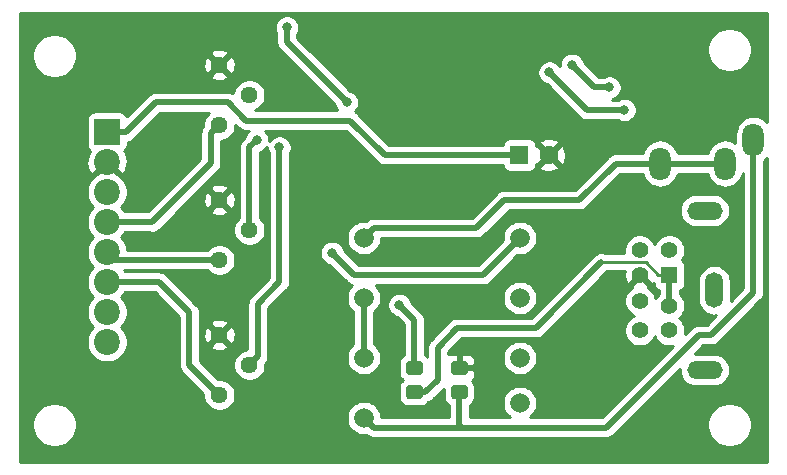
<source format=gbr>
G04 #@! TF.GenerationSoftware,KiCad,Pcbnew,(5.1.2)-2*
G04 #@! TF.CreationDate,2019-09-22T14:46:25+02:00*
G04 #@! TF.ProjectId,betsubetsu,62657473-7562-4657-9473-752e6b696361,rev?*
G04 #@! TF.SameCoordinates,Original*
G04 #@! TF.FileFunction,Copper,L2,Bot*
G04 #@! TF.FilePolarity,Positive*
%FSLAX46Y46*%
G04 Gerber Fmt 4.6, Leading zero omitted, Abs format (unit mm)*
G04 Created by KiCad (PCBNEW (5.1.2)-2) date 2019-09-22 14:46:25*
%MOMM*%
%LPD*%
G04 APERTURE LIST*
%ADD10O,1.800000X2.800000*%
%ADD11C,2.200000*%
%ADD12R,2.200000X2.200000*%
%ADD13C,1.600000*%
%ADD14R,1.600000X1.600000*%
%ADD15R,1.408000X1.408000*%
%ADD16C,1.408000*%
%ADD17O,3.000000X1.500000*%
%ADD18O,1.500000X3.000000*%
%ADD19C,1.440000*%
%ADD20C,1.665000*%
%ADD21C,0.100000*%
%ADD22C,1.150000*%
%ADD23C,0.800000*%
%ADD24C,0.500000*%
%ADD25C,0.250000*%
%ADD26C,0.254000*%
G04 APERTURE END LIST*
D10*
X99542000Y-88360000D03*
X105042000Y-88360000D03*
X107442000Y-86360000D03*
D11*
X52714359Y-103457167D03*
X52714359Y-100917167D03*
X52714359Y-98377167D03*
X52714359Y-95837167D03*
X52714359Y-93297167D03*
X52714359Y-90757167D03*
X52714359Y-88217167D03*
D12*
X52714359Y-85677167D03*
D13*
X90130000Y-87630000D03*
D14*
X87630000Y-87630000D03*
D15*
X100330000Y-97790000D03*
D16*
X100330000Y-100390000D03*
X100330000Y-102490000D03*
X97830000Y-97790000D03*
X100330000Y-95690000D03*
X97830000Y-102490000D03*
X97830000Y-99990000D03*
X97830000Y-95690000D03*
D17*
X103330000Y-92340000D03*
X103330000Y-105840000D03*
D18*
X104130000Y-99090000D03*
D19*
X62230000Y-80010000D03*
X64770000Y-82550000D03*
X62230000Y-85090000D03*
X62230000Y-96520000D03*
X64770000Y-93980000D03*
X62230000Y-91440000D03*
X62230000Y-102870000D03*
X64770000Y-105410000D03*
X62230000Y-107950000D03*
D20*
X87664001Y-108619001D03*
X87664001Y-104809001D03*
X87664001Y-99729001D03*
X87664001Y-94649001D03*
X74456001Y-94649001D03*
X74456001Y-99729001D03*
X74456001Y-104809001D03*
X74456001Y-109889001D03*
D21*
G36*
X79214505Y-107131204D02*
G01*
X79238773Y-107134804D01*
X79262572Y-107140765D01*
X79285671Y-107149030D01*
X79307850Y-107159520D01*
X79328893Y-107172132D01*
X79348599Y-107186747D01*
X79366777Y-107203223D01*
X79383253Y-107221401D01*
X79397868Y-107241107D01*
X79410480Y-107262150D01*
X79420970Y-107284329D01*
X79429235Y-107307428D01*
X79435196Y-107331227D01*
X79438796Y-107355495D01*
X79440000Y-107379999D01*
X79440000Y-108030001D01*
X79438796Y-108054505D01*
X79435196Y-108078773D01*
X79429235Y-108102572D01*
X79420970Y-108125671D01*
X79410480Y-108147850D01*
X79397868Y-108168893D01*
X79383253Y-108188599D01*
X79366777Y-108206777D01*
X79348599Y-108223253D01*
X79328893Y-108237868D01*
X79307850Y-108250480D01*
X79285671Y-108260970D01*
X79262572Y-108269235D01*
X79238773Y-108275196D01*
X79214505Y-108278796D01*
X79190001Y-108280000D01*
X78289999Y-108280000D01*
X78265495Y-108278796D01*
X78241227Y-108275196D01*
X78217428Y-108269235D01*
X78194329Y-108260970D01*
X78172150Y-108250480D01*
X78151107Y-108237868D01*
X78131401Y-108223253D01*
X78113223Y-108206777D01*
X78096747Y-108188599D01*
X78082132Y-108168893D01*
X78069520Y-108147850D01*
X78059030Y-108125671D01*
X78050765Y-108102572D01*
X78044804Y-108078773D01*
X78041204Y-108054505D01*
X78040000Y-108030001D01*
X78040000Y-107379999D01*
X78041204Y-107355495D01*
X78044804Y-107331227D01*
X78050765Y-107307428D01*
X78059030Y-107284329D01*
X78069520Y-107262150D01*
X78082132Y-107241107D01*
X78096747Y-107221401D01*
X78113223Y-107203223D01*
X78131401Y-107186747D01*
X78151107Y-107172132D01*
X78172150Y-107159520D01*
X78194329Y-107149030D01*
X78217428Y-107140765D01*
X78241227Y-107134804D01*
X78265495Y-107131204D01*
X78289999Y-107130000D01*
X79190001Y-107130000D01*
X79214505Y-107131204D01*
X79214505Y-107131204D01*
G37*
D22*
X78740000Y-107705000D03*
D21*
G36*
X79214505Y-105081204D02*
G01*
X79238773Y-105084804D01*
X79262572Y-105090765D01*
X79285671Y-105099030D01*
X79307850Y-105109520D01*
X79328893Y-105122132D01*
X79348599Y-105136747D01*
X79366777Y-105153223D01*
X79383253Y-105171401D01*
X79397868Y-105191107D01*
X79410480Y-105212150D01*
X79420970Y-105234329D01*
X79429235Y-105257428D01*
X79435196Y-105281227D01*
X79438796Y-105305495D01*
X79440000Y-105329999D01*
X79440000Y-105980001D01*
X79438796Y-106004505D01*
X79435196Y-106028773D01*
X79429235Y-106052572D01*
X79420970Y-106075671D01*
X79410480Y-106097850D01*
X79397868Y-106118893D01*
X79383253Y-106138599D01*
X79366777Y-106156777D01*
X79348599Y-106173253D01*
X79328893Y-106187868D01*
X79307850Y-106200480D01*
X79285671Y-106210970D01*
X79262572Y-106219235D01*
X79238773Y-106225196D01*
X79214505Y-106228796D01*
X79190001Y-106230000D01*
X78289999Y-106230000D01*
X78265495Y-106228796D01*
X78241227Y-106225196D01*
X78217428Y-106219235D01*
X78194329Y-106210970D01*
X78172150Y-106200480D01*
X78151107Y-106187868D01*
X78131401Y-106173253D01*
X78113223Y-106156777D01*
X78096747Y-106138599D01*
X78082132Y-106118893D01*
X78069520Y-106097850D01*
X78059030Y-106075671D01*
X78050765Y-106052572D01*
X78044804Y-106028773D01*
X78041204Y-106004505D01*
X78040000Y-105980001D01*
X78040000Y-105329999D01*
X78041204Y-105305495D01*
X78044804Y-105281227D01*
X78050765Y-105257428D01*
X78059030Y-105234329D01*
X78069520Y-105212150D01*
X78082132Y-105191107D01*
X78096747Y-105171401D01*
X78113223Y-105153223D01*
X78131401Y-105136747D01*
X78151107Y-105122132D01*
X78172150Y-105109520D01*
X78194329Y-105099030D01*
X78217428Y-105090765D01*
X78241227Y-105084804D01*
X78265495Y-105081204D01*
X78289999Y-105080000D01*
X79190001Y-105080000D01*
X79214505Y-105081204D01*
X79214505Y-105081204D01*
G37*
D22*
X78740000Y-105655000D03*
D21*
G36*
X83024505Y-105081204D02*
G01*
X83048773Y-105084804D01*
X83072572Y-105090765D01*
X83095671Y-105099030D01*
X83117850Y-105109520D01*
X83138893Y-105122132D01*
X83158599Y-105136747D01*
X83176777Y-105153223D01*
X83193253Y-105171401D01*
X83207868Y-105191107D01*
X83220480Y-105212150D01*
X83230970Y-105234329D01*
X83239235Y-105257428D01*
X83245196Y-105281227D01*
X83248796Y-105305495D01*
X83250000Y-105329999D01*
X83250000Y-105980001D01*
X83248796Y-106004505D01*
X83245196Y-106028773D01*
X83239235Y-106052572D01*
X83230970Y-106075671D01*
X83220480Y-106097850D01*
X83207868Y-106118893D01*
X83193253Y-106138599D01*
X83176777Y-106156777D01*
X83158599Y-106173253D01*
X83138893Y-106187868D01*
X83117850Y-106200480D01*
X83095671Y-106210970D01*
X83072572Y-106219235D01*
X83048773Y-106225196D01*
X83024505Y-106228796D01*
X83000001Y-106230000D01*
X82099999Y-106230000D01*
X82075495Y-106228796D01*
X82051227Y-106225196D01*
X82027428Y-106219235D01*
X82004329Y-106210970D01*
X81982150Y-106200480D01*
X81961107Y-106187868D01*
X81941401Y-106173253D01*
X81923223Y-106156777D01*
X81906747Y-106138599D01*
X81892132Y-106118893D01*
X81879520Y-106097850D01*
X81869030Y-106075671D01*
X81860765Y-106052572D01*
X81854804Y-106028773D01*
X81851204Y-106004505D01*
X81850000Y-105980001D01*
X81850000Y-105329999D01*
X81851204Y-105305495D01*
X81854804Y-105281227D01*
X81860765Y-105257428D01*
X81869030Y-105234329D01*
X81879520Y-105212150D01*
X81892132Y-105191107D01*
X81906747Y-105171401D01*
X81923223Y-105153223D01*
X81941401Y-105136747D01*
X81961107Y-105122132D01*
X81982150Y-105109520D01*
X82004329Y-105099030D01*
X82027428Y-105090765D01*
X82051227Y-105084804D01*
X82075495Y-105081204D01*
X82099999Y-105080000D01*
X83000001Y-105080000D01*
X83024505Y-105081204D01*
X83024505Y-105081204D01*
G37*
D22*
X82550000Y-105655000D03*
D21*
G36*
X83024505Y-107131204D02*
G01*
X83048773Y-107134804D01*
X83072572Y-107140765D01*
X83095671Y-107149030D01*
X83117850Y-107159520D01*
X83138893Y-107172132D01*
X83158599Y-107186747D01*
X83176777Y-107203223D01*
X83193253Y-107221401D01*
X83207868Y-107241107D01*
X83220480Y-107262150D01*
X83230970Y-107284329D01*
X83239235Y-107307428D01*
X83245196Y-107331227D01*
X83248796Y-107355495D01*
X83250000Y-107379999D01*
X83250000Y-108030001D01*
X83248796Y-108054505D01*
X83245196Y-108078773D01*
X83239235Y-108102572D01*
X83230970Y-108125671D01*
X83220480Y-108147850D01*
X83207868Y-108168893D01*
X83193253Y-108188599D01*
X83176777Y-108206777D01*
X83158599Y-108223253D01*
X83138893Y-108237868D01*
X83117850Y-108250480D01*
X83095671Y-108260970D01*
X83072572Y-108269235D01*
X83048773Y-108275196D01*
X83024505Y-108278796D01*
X83000001Y-108280000D01*
X82099999Y-108280000D01*
X82075495Y-108278796D01*
X82051227Y-108275196D01*
X82027428Y-108269235D01*
X82004329Y-108260970D01*
X81982150Y-108250480D01*
X81961107Y-108237868D01*
X81941401Y-108223253D01*
X81923223Y-108206777D01*
X81906747Y-108188599D01*
X81892132Y-108168893D01*
X81879520Y-108147850D01*
X81869030Y-108125671D01*
X81860765Y-108102572D01*
X81854804Y-108078773D01*
X81851204Y-108054505D01*
X81850000Y-108030001D01*
X81850000Y-107379999D01*
X81851204Y-107355495D01*
X81854804Y-107331227D01*
X81860765Y-107307428D01*
X81869030Y-107284329D01*
X81879520Y-107262150D01*
X81892132Y-107241107D01*
X81906747Y-107221401D01*
X81923223Y-107203223D01*
X81941401Y-107186747D01*
X81961107Y-107172132D01*
X81982150Y-107159520D01*
X82004329Y-107149030D01*
X82027428Y-107140765D01*
X82051227Y-107134804D01*
X82075495Y-107131204D01*
X82099999Y-107130000D01*
X83000001Y-107130000D01*
X83024505Y-107131204D01*
X83024505Y-107131204D01*
G37*
D22*
X82550000Y-107705000D03*
D23*
X92710000Y-106680000D03*
X92710000Y-104140000D03*
X95250000Y-105410000D03*
X95250000Y-81915000D03*
X92075000Y-80010000D03*
X96520000Y-83820000D03*
X90170000Y-80645000D03*
X71779784Y-95909784D03*
X65405000Y-86360000D03*
X73025000Y-83185000D03*
X67945000Y-76835000D03*
X77470000Y-100330000D03*
X67310000Y-86995000D03*
D24*
X76211998Y-87630000D02*
X73306394Y-84724396D01*
X87630000Y-87630000D02*
X76211998Y-87630000D01*
X73306394Y-84724396D02*
X64499573Y-84724396D01*
X64499573Y-84724396D02*
X62949870Y-83174693D01*
X54314359Y-85677167D02*
X52714359Y-85677167D01*
X56816833Y-83174693D02*
X54314359Y-85677167D01*
X62949870Y-83174693D02*
X56816833Y-83174693D01*
X95250000Y-81915000D02*
X93980000Y-81915000D01*
X93980000Y-81915000D02*
X92075000Y-80010000D01*
X61510001Y-85809999D02*
X61510001Y-88349999D01*
X62230000Y-85090000D02*
X61510001Y-85809999D01*
X61510001Y-88349999D02*
X56515000Y-93345000D01*
X56467167Y-93297167D02*
X52714359Y-93297167D01*
X56515000Y-93345000D02*
X56467167Y-93297167D01*
X53397192Y-96520000D02*
X52714359Y-95837167D01*
X62230000Y-96520000D02*
X53397192Y-96520000D01*
X52714359Y-98377167D02*
X57102167Y-98377167D01*
X57102167Y-98377167D02*
X59690000Y-100965000D01*
X59690000Y-105410000D02*
X62230000Y-107950000D01*
X59690000Y-100965000D02*
X59690000Y-105410000D01*
X96520000Y-83820000D02*
X93345000Y-83820000D01*
X93345000Y-83820000D02*
X90170000Y-80645000D01*
X87664001Y-94649001D02*
X84523002Y-97790000D01*
X73660000Y-97790000D02*
X71779784Y-95909784D01*
X84523002Y-97790000D02*
X73660000Y-97790000D01*
X64770000Y-93980000D02*
X64770000Y-86995000D01*
X64770000Y-86995000D02*
X65405000Y-86360000D01*
X73025000Y-83185000D02*
X67945000Y-78105000D01*
X67945000Y-78105000D02*
X67945000Y-76835000D01*
X74456001Y-103631669D02*
X74456001Y-99729001D01*
X74456001Y-104809001D02*
X74456001Y-103631669D01*
X103642000Y-88360000D02*
X99542000Y-88360000D01*
X105042000Y-88360000D02*
X103642000Y-88360000D01*
X95790000Y-88360000D02*
X98520000Y-88360000D01*
X98520000Y-88360000D02*
X99542000Y-88360000D01*
X74456001Y-94649001D02*
X75288500Y-93816502D01*
X98142000Y-88360000D02*
X98520000Y-88360000D01*
X75288500Y-93816502D02*
X83983498Y-93816502D01*
X92710000Y-91440000D02*
X95790000Y-88360000D01*
X83983498Y-93816502D02*
X86360000Y-91440000D01*
X86360000Y-91440000D02*
X92710000Y-91440000D01*
X78740000Y-105655000D02*
X78740000Y-101600000D01*
X78740000Y-101600000D02*
X77470000Y-100330000D01*
X65489999Y-104690001D02*
X65489999Y-100245001D01*
X64770000Y-105410000D02*
X65489999Y-104690001D01*
X65489999Y-100245001D02*
X67310000Y-98425000D01*
X67310000Y-98425000D02*
X67310000Y-86995000D01*
X100330000Y-97790000D02*
X100330000Y-100390000D01*
D25*
X99376000Y-97790000D02*
X100330000Y-97790000D01*
X98305001Y-96719001D02*
X99376000Y-97790000D01*
X94574001Y-96719001D02*
X98305001Y-96719001D01*
D24*
X89016923Y-102276079D02*
X94574001Y-96719001D01*
X82363489Y-102276079D02*
X89016923Y-102276079D01*
X80702511Y-103937057D02*
X82363489Y-102276079D01*
X80702511Y-106663568D02*
X80702511Y-103937057D01*
X78740000Y-107705000D02*
X79661079Y-107705000D01*
X79661079Y-107705000D02*
X80702511Y-106663568D01*
X107442000Y-99280930D02*
X103852930Y-102870000D01*
X107442000Y-86360000D02*
X107442000Y-99280930D01*
X103852930Y-102870000D02*
X102829012Y-102870000D01*
X75288500Y-110721500D02*
X74456001Y-109889001D01*
X102829012Y-102870000D02*
X94977512Y-110721500D01*
X82550000Y-110490000D02*
X82781500Y-110721500D01*
X82550000Y-107705000D02*
X82550000Y-110490000D01*
X94977512Y-110721500D02*
X82781500Y-110721500D01*
X82781500Y-110721500D02*
X75288500Y-110721500D01*
D26*
G36*
X108560000Y-84802652D02*
G01*
X108532661Y-84769339D01*
X108298927Y-84577519D01*
X108032261Y-84434983D01*
X107742913Y-84347210D01*
X107442000Y-84317573D01*
X107141088Y-84347210D01*
X106851740Y-84434983D01*
X106585074Y-84577519D01*
X106351340Y-84769339D01*
X106159519Y-85003073D01*
X106016983Y-85269739D01*
X105929210Y-85559087D01*
X105907000Y-85784592D01*
X105907000Y-86584144D01*
X105898927Y-86577519D01*
X105632261Y-86434983D01*
X105342913Y-86347210D01*
X105042000Y-86317573D01*
X104741088Y-86347210D01*
X104451740Y-86434983D01*
X104185074Y-86577519D01*
X103951340Y-86769339D01*
X103759519Y-87003073D01*
X103616983Y-87269739D01*
X103554718Y-87475000D01*
X101029282Y-87475000D01*
X100967017Y-87269739D01*
X100824481Y-87003073D01*
X100632661Y-86769339D01*
X100398927Y-86577519D01*
X100132261Y-86434983D01*
X99842913Y-86347210D01*
X99542000Y-86317573D01*
X99241088Y-86347210D01*
X98951740Y-86434983D01*
X98685074Y-86577519D01*
X98451340Y-86769339D01*
X98259519Y-87003073D01*
X98116983Y-87269739D01*
X98054718Y-87475000D01*
X95833469Y-87475000D01*
X95790000Y-87470719D01*
X95746531Y-87475000D01*
X95746523Y-87475000D01*
X95616510Y-87487805D01*
X95449687Y-87538411D01*
X95314650Y-87610589D01*
X95295941Y-87620589D01*
X95194953Y-87703468D01*
X95194951Y-87703470D01*
X95161183Y-87731183D01*
X95133470Y-87764951D01*
X92343422Y-90555000D01*
X86403465Y-90555000D01*
X86359999Y-90550719D01*
X86316533Y-90555000D01*
X86316523Y-90555000D01*
X86186510Y-90567805D01*
X86019687Y-90618411D01*
X85865941Y-90700589D01*
X85865939Y-90700590D01*
X85865940Y-90700590D01*
X85764953Y-90783468D01*
X85764951Y-90783470D01*
X85731183Y-90811183D01*
X85703470Y-90844951D01*
X83616920Y-92931502D01*
X75331965Y-92931502D01*
X75288499Y-92927221D01*
X75245033Y-92931502D01*
X75245023Y-92931502D01*
X75115010Y-92944307D01*
X74948187Y-92994913D01*
X74794441Y-93077091D01*
X74794439Y-93077092D01*
X74794440Y-93077092D01*
X74693453Y-93159970D01*
X74693451Y-93159972D01*
X74659683Y-93187685D01*
X74655746Y-93192483D01*
X74600537Y-93181501D01*
X74311465Y-93181501D01*
X74027947Y-93237896D01*
X73760879Y-93348519D01*
X73520524Y-93509119D01*
X73316119Y-93713524D01*
X73155519Y-93953879D01*
X73044896Y-94220947D01*
X72988501Y-94504465D01*
X72988501Y-94793537D01*
X73044896Y-95077055D01*
X73155519Y-95344123D01*
X73316119Y-95584478D01*
X73520524Y-95788883D01*
X73760879Y-95949483D01*
X74027947Y-96060106D01*
X74311465Y-96116501D01*
X74600537Y-96116501D01*
X74884055Y-96060106D01*
X75151123Y-95949483D01*
X75391478Y-95788883D01*
X75595883Y-95584478D01*
X75756483Y-95344123D01*
X75867106Y-95077055D01*
X75923501Y-94793537D01*
X75923501Y-94701502D01*
X83940029Y-94701502D01*
X83983498Y-94705783D01*
X84026967Y-94701502D01*
X84026975Y-94701502D01*
X84156988Y-94688697D01*
X84323811Y-94638091D01*
X84477557Y-94555913D01*
X84612315Y-94445319D01*
X84640032Y-94411546D01*
X86711578Y-92340000D01*
X101188299Y-92340000D01*
X101215040Y-92611507D01*
X101294236Y-92872581D01*
X101422843Y-93113188D01*
X101595919Y-93324081D01*
X101806812Y-93497157D01*
X102047419Y-93625764D01*
X102308493Y-93704960D01*
X102511963Y-93725000D01*
X104148037Y-93725000D01*
X104351507Y-93704960D01*
X104612581Y-93625764D01*
X104853188Y-93497157D01*
X105064081Y-93324081D01*
X105237157Y-93113188D01*
X105365764Y-92872581D01*
X105444960Y-92611507D01*
X105471701Y-92340000D01*
X105444960Y-92068493D01*
X105365764Y-91807419D01*
X105237157Y-91566812D01*
X105064081Y-91355919D01*
X104853188Y-91182843D01*
X104612581Y-91054236D01*
X104351507Y-90975040D01*
X104148037Y-90955000D01*
X102511963Y-90955000D01*
X102308493Y-90975040D01*
X102047419Y-91054236D01*
X101806812Y-91182843D01*
X101595919Y-91355919D01*
X101422843Y-91566812D01*
X101294236Y-91807419D01*
X101215040Y-92068493D01*
X101188299Y-92340000D01*
X86711578Y-92340000D01*
X86726579Y-92325000D01*
X92666531Y-92325000D01*
X92710000Y-92329281D01*
X92753469Y-92325000D01*
X92753477Y-92325000D01*
X92883490Y-92312195D01*
X93050313Y-92261589D01*
X93204059Y-92179411D01*
X93338817Y-92068817D01*
X93366534Y-92035044D01*
X96156579Y-89245000D01*
X98054718Y-89245000D01*
X98116983Y-89450260D01*
X98259519Y-89716926D01*
X98451339Y-89950661D01*
X98685073Y-90142481D01*
X98951739Y-90285017D01*
X99241087Y-90372790D01*
X99542000Y-90402427D01*
X99842912Y-90372790D01*
X100132260Y-90285017D01*
X100398926Y-90142481D01*
X100632661Y-89950661D01*
X100824481Y-89716927D01*
X100967017Y-89450261D01*
X101029282Y-89245000D01*
X103554718Y-89245000D01*
X103616983Y-89450260D01*
X103759519Y-89716926D01*
X103951339Y-89950661D01*
X104185073Y-90142481D01*
X104451739Y-90285017D01*
X104741087Y-90372790D01*
X105042000Y-90402427D01*
X105342912Y-90372790D01*
X105632260Y-90285017D01*
X105898926Y-90142481D01*
X106132661Y-89950661D01*
X106324481Y-89716927D01*
X106467017Y-89450261D01*
X106554790Y-89160913D01*
X106557000Y-89138472D01*
X106557001Y-98914350D01*
X105509722Y-99961630D01*
X105515000Y-99908037D01*
X105515000Y-98271963D01*
X105494960Y-98068493D01*
X105415764Y-97807419D01*
X105287157Y-97566812D01*
X105114080Y-97355919D01*
X104903187Y-97182843D01*
X104662580Y-97054236D01*
X104401506Y-96975040D01*
X104130000Y-96948299D01*
X103858493Y-96975040D01*
X103597419Y-97054236D01*
X103356812Y-97182843D01*
X103145919Y-97355920D01*
X102972843Y-97566813D01*
X102844236Y-97807420D01*
X102765040Y-98068494D01*
X102745000Y-98271964D01*
X102745000Y-99908037D01*
X102765040Y-100111507D01*
X102844237Y-100372581D01*
X102972844Y-100613188D01*
X103145920Y-100824081D01*
X103356813Y-100997157D01*
X103597420Y-101125764D01*
X103858494Y-101204960D01*
X104130000Y-101231701D01*
X104251630Y-101219722D01*
X103486352Y-101985000D01*
X102872481Y-101985000D01*
X102829012Y-101980719D01*
X102785543Y-101985000D01*
X102785535Y-101985000D01*
X102655522Y-101997805D01*
X102488699Y-102048411D01*
X102393252Y-102099428D01*
X102334953Y-102130589D01*
X102233965Y-102213468D01*
X102233963Y-102213470D01*
X102200195Y-102241183D01*
X102172482Y-102274951D01*
X101630127Y-102817306D01*
X101669000Y-102621880D01*
X101669000Y-102358120D01*
X101617543Y-102099428D01*
X101516607Y-101855746D01*
X101370069Y-101636437D01*
X101183563Y-101449931D01*
X101168700Y-101440000D01*
X101183563Y-101430069D01*
X101370069Y-101243563D01*
X101516607Y-101024254D01*
X101617543Y-100780572D01*
X101669000Y-100521880D01*
X101669000Y-100258120D01*
X101617543Y-99999428D01*
X101516607Y-99755746D01*
X101370069Y-99536437D01*
X101215000Y-99381368D01*
X101215000Y-99102667D01*
X101278180Y-99083502D01*
X101388494Y-99024537D01*
X101485185Y-98945185D01*
X101564537Y-98848494D01*
X101623502Y-98738180D01*
X101659812Y-98618482D01*
X101672072Y-98494000D01*
X101672072Y-97086000D01*
X101659812Y-96961518D01*
X101623502Y-96841820D01*
X101564537Y-96731506D01*
X101485185Y-96634815D01*
X101388494Y-96555463D01*
X101368732Y-96544900D01*
X101370069Y-96543563D01*
X101516607Y-96324254D01*
X101617543Y-96080572D01*
X101669000Y-95821880D01*
X101669000Y-95558120D01*
X101617543Y-95299428D01*
X101516607Y-95055746D01*
X101370069Y-94836437D01*
X101183563Y-94649931D01*
X100964254Y-94503393D01*
X100720572Y-94402457D01*
X100461880Y-94351000D01*
X100198120Y-94351000D01*
X99939428Y-94402457D01*
X99695746Y-94503393D01*
X99476437Y-94649931D01*
X99289931Y-94836437D01*
X99143393Y-95055746D01*
X99080000Y-95208791D01*
X99016607Y-95055746D01*
X98870069Y-94836437D01*
X98683563Y-94649931D01*
X98464254Y-94503393D01*
X98220572Y-94402457D01*
X97961880Y-94351000D01*
X97698120Y-94351000D01*
X97439428Y-94402457D01*
X97195746Y-94503393D01*
X96976437Y-94649931D01*
X96789931Y-94836437D01*
X96643393Y-95055746D01*
X96542457Y-95299428D01*
X96491000Y-95558120D01*
X96491000Y-95821880D01*
X96518275Y-95959001D01*
X95029538Y-95959001D01*
X94914314Y-95897413D01*
X94747491Y-95846807D01*
X94574000Y-95829720D01*
X94400510Y-95846807D01*
X94233687Y-95897413D01*
X94079941Y-95979591D01*
X93978954Y-96062469D01*
X88650345Y-101391079D01*
X82406958Y-101391079D01*
X82363489Y-101386798D01*
X82320020Y-101391079D01*
X82320012Y-101391079D01*
X82189999Y-101403884D01*
X82023175Y-101454490D01*
X81869430Y-101536668D01*
X81768442Y-101619547D01*
X81768440Y-101619549D01*
X81734672Y-101647262D01*
X81706959Y-101681030D01*
X80107462Y-103280528D01*
X80073695Y-103308240D01*
X80045982Y-103342008D01*
X80045979Y-103342011D01*
X79963101Y-103442998D01*
X79880923Y-103596744D01*
X79830316Y-103763567D01*
X79813230Y-103937057D01*
X79817512Y-103980536D01*
X79817512Y-104701668D01*
X79683387Y-104591595D01*
X79625000Y-104560386D01*
X79625000Y-101643465D01*
X79629281Y-101599999D01*
X79625000Y-101556533D01*
X79625000Y-101556523D01*
X79612195Y-101426510D01*
X79561589Y-101259687D01*
X79479411Y-101105941D01*
X79368817Y-100971183D01*
X79335049Y-100943470D01*
X78476535Y-100084957D01*
X78465226Y-100028102D01*
X78387205Y-99839744D01*
X78273937Y-99670226D01*
X78188176Y-99584465D01*
X86196501Y-99584465D01*
X86196501Y-99873537D01*
X86252896Y-100157055D01*
X86363519Y-100424123D01*
X86524119Y-100664478D01*
X86728524Y-100868883D01*
X86968879Y-101029483D01*
X87235947Y-101140106D01*
X87519465Y-101196501D01*
X87808537Y-101196501D01*
X88092055Y-101140106D01*
X88359123Y-101029483D01*
X88599478Y-100868883D01*
X88803883Y-100664478D01*
X88964483Y-100424123D01*
X89075106Y-100157055D01*
X89131501Y-99873537D01*
X89131501Y-99584465D01*
X89075106Y-99300947D01*
X88964483Y-99033879D01*
X88803883Y-98793524D01*
X88599478Y-98589119D01*
X88359123Y-98428519D01*
X88092055Y-98317896D01*
X87808537Y-98261501D01*
X87519465Y-98261501D01*
X87235947Y-98317896D01*
X86968879Y-98428519D01*
X86728524Y-98589119D01*
X86524119Y-98793524D01*
X86363519Y-99033879D01*
X86252896Y-99300947D01*
X86196501Y-99584465D01*
X78188176Y-99584465D01*
X78129774Y-99526063D01*
X77960256Y-99412795D01*
X77771898Y-99334774D01*
X77571939Y-99295000D01*
X77368061Y-99295000D01*
X77168102Y-99334774D01*
X76979744Y-99412795D01*
X76810226Y-99526063D01*
X76666063Y-99670226D01*
X76552795Y-99839744D01*
X76474774Y-100028102D01*
X76435000Y-100228061D01*
X76435000Y-100431939D01*
X76474774Y-100631898D01*
X76552795Y-100820256D01*
X76666063Y-100989774D01*
X76810226Y-101133937D01*
X76979744Y-101247205D01*
X77168102Y-101325226D01*
X77224957Y-101336535D01*
X77855001Y-101966580D01*
X77855000Y-104560386D01*
X77796613Y-104591595D01*
X77662038Y-104702038D01*
X77551595Y-104836613D01*
X77469528Y-104990149D01*
X77418992Y-105156745D01*
X77401928Y-105329999D01*
X77401928Y-105980001D01*
X77418992Y-106153255D01*
X77469528Y-106319851D01*
X77551595Y-106473387D01*
X77662038Y-106607962D01*
X77749816Y-106680000D01*
X77662038Y-106752038D01*
X77551595Y-106886613D01*
X77469528Y-107040149D01*
X77418992Y-107206745D01*
X77401928Y-107379999D01*
X77401928Y-108030001D01*
X77418992Y-108203255D01*
X77469528Y-108369851D01*
X77551595Y-108523387D01*
X77662038Y-108657962D01*
X77796613Y-108768405D01*
X77950149Y-108850472D01*
X78116745Y-108901008D01*
X78289999Y-108918072D01*
X79190001Y-108918072D01*
X79363255Y-108901008D01*
X79529851Y-108850472D01*
X79683387Y-108768405D01*
X79817962Y-108657962D01*
X79900713Y-108557130D01*
X80001392Y-108526589D01*
X80155138Y-108444411D01*
X80289896Y-108333817D01*
X80317613Y-108300044D01*
X81211928Y-107405730D01*
X81211928Y-108030001D01*
X81228992Y-108203255D01*
X81279528Y-108369851D01*
X81361595Y-108523387D01*
X81472038Y-108657962D01*
X81606613Y-108768405D01*
X81665000Y-108799614D01*
X81665001Y-109836500D01*
X75923501Y-109836500D01*
X75923501Y-109744465D01*
X75867106Y-109460947D01*
X75756483Y-109193879D01*
X75595883Y-108953524D01*
X75391478Y-108749119D01*
X75151123Y-108588519D01*
X74884055Y-108477896D01*
X74600537Y-108421501D01*
X74311465Y-108421501D01*
X74027947Y-108477896D01*
X73760879Y-108588519D01*
X73520524Y-108749119D01*
X73316119Y-108953524D01*
X73155519Y-109193879D01*
X73044896Y-109460947D01*
X72988501Y-109744465D01*
X72988501Y-110033537D01*
X73044896Y-110317055D01*
X73155519Y-110584123D01*
X73316119Y-110824478D01*
X73520524Y-111028883D01*
X73760879Y-111189483D01*
X74027947Y-111300106D01*
X74311465Y-111356501D01*
X74600537Y-111356501D01*
X74655746Y-111345519D01*
X74659683Y-111350317D01*
X74693451Y-111378030D01*
X74693453Y-111378032D01*
X74699363Y-111382882D01*
X74794441Y-111460911D01*
X74948187Y-111543089D01*
X75115010Y-111593695D01*
X75245023Y-111606500D01*
X75245033Y-111606500D01*
X75288499Y-111610781D01*
X75331965Y-111606500D01*
X82738033Y-111606500D01*
X82781499Y-111610781D01*
X82824965Y-111606500D01*
X94934043Y-111606500D01*
X94977512Y-111610781D01*
X95020981Y-111606500D01*
X95020989Y-111606500D01*
X95151002Y-111593695D01*
X95317825Y-111543089D01*
X95471571Y-111460911D01*
X95606329Y-111350317D01*
X95634046Y-111316544D01*
X96646246Y-110304344D01*
X103525000Y-110304344D01*
X103525000Y-110675656D01*
X103597439Y-111039834D01*
X103739534Y-111382882D01*
X103945825Y-111691618D01*
X104208382Y-111954175D01*
X104517118Y-112160466D01*
X104860166Y-112302561D01*
X105224344Y-112375000D01*
X105595656Y-112375000D01*
X105959834Y-112302561D01*
X106302882Y-112160466D01*
X106611618Y-111954175D01*
X106874175Y-111691618D01*
X107080466Y-111382882D01*
X107222561Y-111039834D01*
X107295000Y-110675656D01*
X107295000Y-110304344D01*
X107222561Y-109940166D01*
X107080466Y-109597118D01*
X106874175Y-109288382D01*
X106611618Y-109025825D01*
X106302882Y-108819534D01*
X105959834Y-108677439D01*
X105595656Y-108605000D01*
X105224344Y-108605000D01*
X104860166Y-108677439D01*
X104517118Y-108819534D01*
X104208382Y-109025825D01*
X103945825Y-109288382D01*
X103739534Y-109597118D01*
X103597439Y-109940166D01*
X103525000Y-110304344D01*
X96646246Y-110304344D01*
X101196789Y-105753802D01*
X101188299Y-105840000D01*
X101215040Y-106111507D01*
X101294236Y-106372581D01*
X101422843Y-106613188D01*
X101595919Y-106824081D01*
X101806812Y-106997157D01*
X102047419Y-107125764D01*
X102308493Y-107204960D01*
X102511963Y-107225000D01*
X104148037Y-107225000D01*
X104351507Y-107204960D01*
X104612581Y-107125764D01*
X104853188Y-106997157D01*
X105064081Y-106824081D01*
X105237157Y-106613188D01*
X105365764Y-106372581D01*
X105444960Y-106111507D01*
X105471701Y-105840000D01*
X105444960Y-105568493D01*
X105365764Y-105307419D01*
X105237157Y-105066812D01*
X105064081Y-104855919D01*
X104853188Y-104682843D01*
X104612581Y-104554236D01*
X104351507Y-104475040D01*
X104148037Y-104455000D01*
X102511963Y-104455000D01*
X102493802Y-104456789D01*
X103195591Y-103755000D01*
X103809461Y-103755000D01*
X103852930Y-103759281D01*
X103896399Y-103755000D01*
X103896407Y-103755000D01*
X104026420Y-103742195D01*
X104193243Y-103691589D01*
X104346989Y-103609411D01*
X104481747Y-103498817D01*
X104509464Y-103465044D01*
X108037049Y-99937460D01*
X108070817Y-99909747D01*
X108128268Y-99839744D01*
X108181410Y-99774990D01*
X108194264Y-99750942D01*
X108263589Y-99621243D01*
X108314195Y-99454420D01*
X108327000Y-99324407D01*
X108327000Y-99324397D01*
X108331281Y-99280931D01*
X108327000Y-99237465D01*
X108327000Y-88119441D01*
X108532661Y-87950661D01*
X108560000Y-87917348D01*
X108560001Y-113640000D01*
X45364000Y-113640000D01*
X45364000Y-110304344D01*
X46375000Y-110304344D01*
X46375000Y-110675656D01*
X46447439Y-111039834D01*
X46589534Y-111382882D01*
X46795825Y-111691618D01*
X47058382Y-111954175D01*
X47367118Y-112160466D01*
X47710166Y-112302561D01*
X48074344Y-112375000D01*
X48445656Y-112375000D01*
X48809834Y-112302561D01*
X49152882Y-112160466D01*
X49461618Y-111954175D01*
X49724175Y-111691618D01*
X49930466Y-111382882D01*
X50072561Y-111039834D01*
X50145000Y-110675656D01*
X50145000Y-110304344D01*
X50072561Y-109940166D01*
X49930466Y-109597118D01*
X49724175Y-109288382D01*
X49461618Y-109025825D01*
X49152882Y-108819534D01*
X48809834Y-108677439D01*
X48445656Y-108605000D01*
X48074344Y-108605000D01*
X47710166Y-108677439D01*
X47367118Y-108819534D01*
X47058382Y-109025825D01*
X46795825Y-109288382D01*
X46589534Y-109597118D01*
X46447439Y-109940166D01*
X46375000Y-110304344D01*
X45364000Y-110304344D01*
X45364000Y-88275806D01*
X50971950Y-88275806D01*
X51016870Y-88614606D01*
X51127023Y-88938133D01*
X51233021Y-89136441D01*
X51507647Y-89244274D01*
X52534754Y-88217167D01*
X52520612Y-88203025D01*
X52700217Y-88023420D01*
X52714359Y-88037562D01*
X52728502Y-88023420D01*
X52908107Y-88203025D01*
X52893964Y-88217167D01*
X53921071Y-89244274D01*
X54195697Y-89136441D01*
X54346575Y-88829783D01*
X54434728Y-88499582D01*
X54456768Y-88158528D01*
X54411848Y-87819728D01*
X54301695Y-87496201D01*
X54195697Y-87297893D01*
X54185626Y-87293939D01*
X54265544Y-87228352D01*
X54344896Y-87131661D01*
X54403861Y-87021347D01*
X54440171Y-86901649D01*
X54452431Y-86777167D01*
X54452431Y-86552850D01*
X54487849Y-86549362D01*
X54654672Y-86498756D01*
X54808418Y-86416578D01*
X54943176Y-86305984D01*
X54970893Y-86272211D01*
X57183412Y-84059693D01*
X61344048Y-84059693D01*
X61177503Y-84226238D01*
X61029215Y-84448167D01*
X60927072Y-84694761D01*
X60875000Y-84956544D01*
X60875000Y-85188717D01*
X60770590Y-85315941D01*
X60688412Y-85469687D01*
X60653717Y-85584060D01*
X60642636Y-85620589D01*
X60637806Y-85636510D01*
X60625001Y-85766523D01*
X60625001Y-85766530D01*
X60620720Y-85809999D01*
X60625001Y-85853468D01*
X60625002Y-87983419D01*
X56196255Y-92412167D01*
X54209688Y-92412167D01*
X54062022Y-92191169D01*
X53898020Y-92027167D01*
X54062022Y-91863165D01*
X54251896Y-91578998D01*
X54382684Y-91263248D01*
X54449359Y-90928050D01*
X54449359Y-90586284D01*
X54382684Y-90251086D01*
X54251896Y-89935336D01*
X54062022Y-89651169D01*
X53820357Y-89409504D01*
X53539285Y-89221698D01*
X52714359Y-88396772D01*
X51889433Y-89221698D01*
X51608361Y-89409504D01*
X51366696Y-89651169D01*
X51176822Y-89935336D01*
X51046034Y-90251086D01*
X50979359Y-90586284D01*
X50979359Y-90928050D01*
X51046034Y-91263248D01*
X51176822Y-91578998D01*
X51366696Y-91863165D01*
X51530698Y-92027167D01*
X51366696Y-92191169D01*
X51176822Y-92475336D01*
X51046034Y-92791086D01*
X50979359Y-93126284D01*
X50979359Y-93468050D01*
X51046034Y-93803248D01*
X51176822Y-94118998D01*
X51366696Y-94403165D01*
X51530698Y-94567167D01*
X51366696Y-94731169D01*
X51176822Y-95015336D01*
X51046034Y-95331086D01*
X50979359Y-95666284D01*
X50979359Y-96008050D01*
X51046034Y-96343248D01*
X51176822Y-96658998D01*
X51366696Y-96943165D01*
X51530698Y-97107167D01*
X51366696Y-97271169D01*
X51176822Y-97555336D01*
X51046034Y-97871086D01*
X50979359Y-98206284D01*
X50979359Y-98548050D01*
X51046034Y-98883248D01*
X51176822Y-99198998D01*
X51366696Y-99483165D01*
X51530698Y-99647167D01*
X51366696Y-99811169D01*
X51176822Y-100095336D01*
X51046034Y-100411086D01*
X50979359Y-100746284D01*
X50979359Y-101088050D01*
X51046034Y-101423248D01*
X51176822Y-101738998D01*
X51366696Y-102023165D01*
X51530698Y-102187167D01*
X51366696Y-102351169D01*
X51176822Y-102635336D01*
X51046034Y-102951086D01*
X50979359Y-103286284D01*
X50979359Y-103628050D01*
X51046034Y-103963248D01*
X51176822Y-104278998D01*
X51366696Y-104563165D01*
X51608361Y-104804830D01*
X51892528Y-104994704D01*
X52208278Y-105125492D01*
X52543476Y-105192167D01*
X52885242Y-105192167D01*
X53220440Y-105125492D01*
X53536190Y-104994704D01*
X53820357Y-104804830D01*
X54062022Y-104563165D01*
X54251896Y-104278998D01*
X54382684Y-103963248D01*
X54449359Y-103628050D01*
X54449359Y-103286284D01*
X54382684Y-102951086D01*
X54251896Y-102635336D01*
X54062022Y-102351169D01*
X53898020Y-102187167D01*
X54062022Y-102023165D01*
X54251896Y-101738998D01*
X54382684Y-101423248D01*
X54449359Y-101088050D01*
X54449359Y-100746284D01*
X54382684Y-100411086D01*
X54251896Y-100095336D01*
X54062022Y-99811169D01*
X53898020Y-99647167D01*
X54062022Y-99483165D01*
X54209688Y-99262167D01*
X56735589Y-99262167D01*
X58805000Y-101331579D01*
X58805001Y-105366521D01*
X58800719Y-105410000D01*
X58817805Y-105583490D01*
X58868412Y-105750313D01*
X58950590Y-105904059D01*
X59033468Y-106005046D01*
X59033471Y-106005049D01*
X59061184Y-106038817D01*
X59094951Y-106066529D01*
X60875000Y-107846579D01*
X60875000Y-108083456D01*
X60927072Y-108345239D01*
X61029215Y-108591833D01*
X61177503Y-108813762D01*
X61366238Y-109002497D01*
X61588167Y-109150785D01*
X61834761Y-109252928D01*
X62096544Y-109305000D01*
X62363456Y-109305000D01*
X62625239Y-109252928D01*
X62871833Y-109150785D01*
X63093762Y-109002497D01*
X63282497Y-108813762D01*
X63430785Y-108591833D01*
X63532928Y-108345239D01*
X63585000Y-108083456D01*
X63585000Y-107816544D01*
X63532928Y-107554761D01*
X63430785Y-107308167D01*
X63282497Y-107086238D01*
X63093762Y-106897503D01*
X62871833Y-106749215D01*
X62625239Y-106647072D01*
X62363456Y-106595000D01*
X62126579Y-106595000D01*
X60575000Y-105043422D01*
X60575000Y-103805560D01*
X61474045Y-103805560D01*
X61535932Y-104041368D01*
X61777790Y-104154266D01*
X62037027Y-104217811D01*
X62303680Y-104229561D01*
X62567501Y-104189063D01*
X62818353Y-104097875D01*
X62924068Y-104041368D01*
X62985955Y-103805560D01*
X62230000Y-103049605D01*
X61474045Y-103805560D01*
X60575000Y-103805560D01*
X60575000Y-102943680D01*
X60870439Y-102943680D01*
X60910937Y-103207501D01*
X61002125Y-103458353D01*
X61058632Y-103564068D01*
X61294440Y-103625955D01*
X62050395Y-102870000D01*
X62409605Y-102870000D01*
X63165560Y-103625955D01*
X63401368Y-103564068D01*
X63514266Y-103322210D01*
X63577811Y-103062973D01*
X63589561Y-102796320D01*
X63549063Y-102532499D01*
X63457875Y-102281647D01*
X63401368Y-102175932D01*
X63165560Y-102114045D01*
X62409605Y-102870000D01*
X62050395Y-102870000D01*
X61294440Y-102114045D01*
X61058632Y-102175932D01*
X60945734Y-102417790D01*
X60882189Y-102677027D01*
X60870439Y-102943680D01*
X60575000Y-102943680D01*
X60575000Y-101934440D01*
X61474045Y-101934440D01*
X62230000Y-102690395D01*
X62985955Y-101934440D01*
X62924068Y-101698632D01*
X62682210Y-101585734D01*
X62422973Y-101522189D01*
X62156320Y-101510439D01*
X61892499Y-101550937D01*
X61641647Y-101642125D01*
X61535932Y-101698632D01*
X61474045Y-101934440D01*
X60575000Y-101934440D01*
X60575000Y-101008469D01*
X60579281Y-100965000D01*
X60575000Y-100921531D01*
X60575000Y-100921523D01*
X60562195Y-100791510D01*
X60523660Y-100664478D01*
X60511589Y-100624686D01*
X60429411Y-100470941D01*
X60346532Y-100369953D01*
X60346530Y-100369951D01*
X60318817Y-100336183D01*
X60285050Y-100308471D01*
X57758701Y-97782123D01*
X57730984Y-97748350D01*
X57596226Y-97637756D01*
X57442480Y-97555578D01*
X57275657Y-97504972D01*
X57145644Y-97492167D01*
X57145636Y-97492167D01*
X57102167Y-97487886D01*
X57058698Y-97492167D01*
X54209688Y-97492167D01*
X54151445Y-97405000D01*
X61198741Y-97405000D01*
X61366238Y-97572497D01*
X61588167Y-97720785D01*
X61834761Y-97822928D01*
X62096544Y-97875000D01*
X62363456Y-97875000D01*
X62625239Y-97822928D01*
X62871833Y-97720785D01*
X63093762Y-97572497D01*
X63282497Y-97383762D01*
X63430785Y-97161833D01*
X63532928Y-96915239D01*
X63585000Y-96653456D01*
X63585000Y-96386544D01*
X63532928Y-96124761D01*
X63430785Y-95878167D01*
X63282497Y-95656238D01*
X63093762Y-95467503D01*
X62871833Y-95319215D01*
X62625239Y-95217072D01*
X62363456Y-95165000D01*
X62096544Y-95165000D01*
X61834761Y-95217072D01*
X61588167Y-95319215D01*
X61366238Y-95467503D01*
X61198741Y-95635000D01*
X54443136Y-95635000D01*
X54382684Y-95331086D01*
X54251896Y-95015336D01*
X54062022Y-94731169D01*
X53898020Y-94567167D01*
X54062022Y-94403165D01*
X54209688Y-94182167D01*
X56226042Y-94182167D01*
X56341510Y-94217195D01*
X56499445Y-94232749D01*
X56514999Y-94234281D01*
X56515000Y-94234281D01*
X56688490Y-94217195D01*
X56855313Y-94166588D01*
X57009059Y-94084410D01*
X57110046Y-94001532D01*
X57143817Y-93973817D01*
X57171532Y-93940046D01*
X58736018Y-92375560D01*
X61474045Y-92375560D01*
X61535932Y-92611368D01*
X61777790Y-92724266D01*
X62037027Y-92787811D01*
X62303680Y-92799561D01*
X62567501Y-92759063D01*
X62818353Y-92667875D01*
X62924068Y-92611368D01*
X62985955Y-92375560D01*
X62230000Y-91619605D01*
X61474045Y-92375560D01*
X58736018Y-92375560D01*
X59597898Y-91513680D01*
X60870439Y-91513680D01*
X60910937Y-91777501D01*
X61002125Y-92028353D01*
X61058632Y-92134068D01*
X61294440Y-92195955D01*
X62050395Y-91440000D01*
X62409605Y-91440000D01*
X63165560Y-92195955D01*
X63401368Y-92134068D01*
X63514266Y-91892210D01*
X63577811Y-91632973D01*
X63589561Y-91366320D01*
X63549063Y-91102499D01*
X63457875Y-90851647D01*
X63401368Y-90745932D01*
X63165560Y-90684045D01*
X62409605Y-91440000D01*
X62050395Y-91440000D01*
X61294440Y-90684045D01*
X61058632Y-90745932D01*
X60945734Y-90987790D01*
X60882189Y-91247027D01*
X60870439Y-91513680D01*
X59597898Y-91513680D01*
X60607138Y-90504440D01*
X61474045Y-90504440D01*
X62230000Y-91260395D01*
X62985955Y-90504440D01*
X62924068Y-90268632D01*
X62682210Y-90155734D01*
X62422973Y-90092189D01*
X62156320Y-90080439D01*
X61892499Y-90120937D01*
X61641647Y-90212125D01*
X61535932Y-90268632D01*
X61474045Y-90504440D01*
X60607138Y-90504440D01*
X62105050Y-89006529D01*
X62138818Y-88978816D01*
X62174443Y-88935408D01*
X62249411Y-88844059D01*
X62281249Y-88784494D01*
X62331590Y-88690312D01*
X62382196Y-88523489D01*
X62395001Y-88393476D01*
X62395001Y-88393466D01*
X62399282Y-88350000D01*
X62395001Y-88306534D01*
X62395001Y-86438725D01*
X62625239Y-86392928D01*
X62871833Y-86290785D01*
X63093762Y-86142497D01*
X63282497Y-85953762D01*
X63430785Y-85731833D01*
X63532928Y-85485239D01*
X63585000Y-85223456D01*
X63585000Y-85061402D01*
X63843043Y-85319445D01*
X63870756Y-85353213D01*
X63904524Y-85380926D01*
X63904526Y-85380928D01*
X63964703Y-85430314D01*
X64005514Y-85463807D01*
X64159260Y-85545985D01*
X64275476Y-85581239D01*
X64326082Y-85596591D01*
X64342258Y-85598184D01*
X64456096Y-85609396D01*
X64456103Y-85609396D01*
X64499572Y-85613677D01*
X64543041Y-85609396D01*
X64691893Y-85609396D01*
X64601063Y-85700226D01*
X64487795Y-85869744D01*
X64409774Y-86058102D01*
X64398465Y-86114957D01*
X64174951Y-86338471D01*
X64141184Y-86366183D01*
X64113471Y-86399951D01*
X64113468Y-86399954D01*
X64030590Y-86500941D01*
X63948412Y-86654687D01*
X63897805Y-86821510D01*
X63880719Y-86995000D01*
X63885001Y-87038479D01*
X63885000Y-92948741D01*
X63717503Y-93116238D01*
X63569215Y-93338167D01*
X63467072Y-93584761D01*
X63415000Y-93846544D01*
X63415000Y-94113456D01*
X63467072Y-94375239D01*
X63569215Y-94621833D01*
X63717503Y-94843762D01*
X63906238Y-95032497D01*
X64128167Y-95180785D01*
X64374761Y-95282928D01*
X64636544Y-95335000D01*
X64903456Y-95335000D01*
X65165239Y-95282928D01*
X65411833Y-95180785D01*
X65633762Y-95032497D01*
X65822497Y-94843762D01*
X65970785Y-94621833D01*
X66072928Y-94375239D01*
X66125000Y-94113456D01*
X66125000Y-93846544D01*
X66072928Y-93584761D01*
X65970785Y-93338167D01*
X65822497Y-93116238D01*
X65655000Y-92948741D01*
X65655000Y-87365549D01*
X65706898Y-87355226D01*
X65895256Y-87277205D01*
X66064774Y-87163937D01*
X66208937Y-87019774D01*
X66275000Y-86920903D01*
X66275000Y-87096939D01*
X66314774Y-87296898D01*
X66392795Y-87485256D01*
X66425001Y-87533456D01*
X66425000Y-98058421D01*
X64894950Y-99588472D01*
X64861183Y-99616184D01*
X64833470Y-99649952D01*
X64833467Y-99649955D01*
X64750589Y-99750942D01*
X64668411Y-99904688D01*
X64617804Y-100071511D01*
X64600718Y-100245001D01*
X64605000Y-100288480D01*
X64604999Y-104061275D01*
X64374761Y-104107072D01*
X64128167Y-104209215D01*
X63906238Y-104357503D01*
X63717503Y-104546238D01*
X63569215Y-104768167D01*
X63467072Y-105014761D01*
X63415000Y-105276544D01*
X63415000Y-105543456D01*
X63467072Y-105805239D01*
X63569215Y-106051833D01*
X63717503Y-106273762D01*
X63906238Y-106462497D01*
X64128167Y-106610785D01*
X64374761Y-106712928D01*
X64636544Y-106765000D01*
X64903456Y-106765000D01*
X65165239Y-106712928D01*
X65411833Y-106610785D01*
X65633762Y-106462497D01*
X65822497Y-106273762D01*
X65970785Y-106051833D01*
X66072928Y-105805239D01*
X66125000Y-105543456D01*
X66125000Y-105311283D01*
X66229410Y-105184060D01*
X66311588Y-105030314D01*
X66362194Y-104863491D01*
X66374999Y-104733478D01*
X66374999Y-104733468D01*
X66379280Y-104690002D01*
X66374999Y-104646536D01*
X66374999Y-100611579D01*
X67905050Y-99081529D01*
X67938817Y-99053817D01*
X67980749Y-99002724D01*
X68049410Y-98919060D01*
X68049411Y-98919059D01*
X68131589Y-98765313D01*
X68182195Y-98598490D01*
X68195000Y-98468477D01*
X68195000Y-98468467D01*
X68199281Y-98425001D01*
X68195000Y-98381535D01*
X68195000Y-95807845D01*
X70744784Y-95807845D01*
X70744784Y-96011723D01*
X70784558Y-96211682D01*
X70862579Y-96400040D01*
X70975847Y-96569558D01*
X71120010Y-96713721D01*
X71289528Y-96826989D01*
X71477886Y-96905010D01*
X71534741Y-96916319D01*
X73003470Y-98385049D01*
X73031183Y-98418817D01*
X73064951Y-98446530D01*
X73064953Y-98446532D01*
X73124677Y-98495546D01*
X73165941Y-98529411D01*
X73319687Y-98611589D01*
X73435903Y-98646843D01*
X73456539Y-98653104D01*
X73316119Y-98793524D01*
X73155519Y-99033879D01*
X73044896Y-99300947D01*
X72988501Y-99584465D01*
X72988501Y-99873537D01*
X73044896Y-100157055D01*
X73155519Y-100424123D01*
X73316119Y-100664478D01*
X73520524Y-100868883D01*
X73571002Y-100902611D01*
X73571001Y-103635391D01*
X73520524Y-103669119D01*
X73316119Y-103873524D01*
X73155519Y-104113879D01*
X73044896Y-104380947D01*
X72988501Y-104664465D01*
X72988501Y-104953537D01*
X73044896Y-105237055D01*
X73155519Y-105504123D01*
X73316119Y-105744478D01*
X73520524Y-105948883D01*
X73760879Y-106109483D01*
X74027947Y-106220106D01*
X74311465Y-106276501D01*
X74600537Y-106276501D01*
X74884055Y-106220106D01*
X75151123Y-106109483D01*
X75391478Y-105948883D01*
X75595883Y-105744478D01*
X75756483Y-105504123D01*
X75867106Y-105237055D01*
X75923501Y-104953537D01*
X75923501Y-104664465D01*
X75867106Y-104380947D01*
X75756483Y-104113879D01*
X75595883Y-103873524D01*
X75391478Y-103669119D01*
X75341001Y-103635391D01*
X75341001Y-100902611D01*
X75391478Y-100868883D01*
X75595883Y-100664478D01*
X75756483Y-100424123D01*
X75867106Y-100157055D01*
X75923501Y-99873537D01*
X75923501Y-99584465D01*
X75867106Y-99300947D01*
X75756483Y-99033879D01*
X75595883Y-98793524D01*
X75477359Y-98675000D01*
X84479533Y-98675000D01*
X84523002Y-98679281D01*
X84566471Y-98675000D01*
X84566479Y-98675000D01*
X84696492Y-98662195D01*
X84863315Y-98611589D01*
X85017061Y-98529411D01*
X85151819Y-98418817D01*
X85179536Y-98385044D01*
X87459923Y-96104657D01*
X87519465Y-96116501D01*
X87808537Y-96116501D01*
X88092055Y-96060106D01*
X88359123Y-95949483D01*
X88599478Y-95788883D01*
X88803883Y-95584478D01*
X88964483Y-95344123D01*
X89075106Y-95077055D01*
X89131501Y-94793537D01*
X89131501Y-94504465D01*
X89075106Y-94220947D01*
X88964483Y-93953879D01*
X88803883Y-93713524D01*
X88599478Y-93509119D01*
X88359123Y-93348519D01*
X88092055Y-93237896D01*
X87808537Y-93181501D01*
X87519465Y-93181501D01*
X87235947Y-93237896D01*
X86968879Y-93348519D01*
X86728524Y-93509119D01*
X86524119Y-93713524D01*
X86363519Y-93953879D01*
X86252896Y-94220947D01*
X86196501Y-94504465D01*
X86196501Y-94793537D01*
X86208345Y-94853079D01*
X84156424Y-96905000D01*
X74026579Y-96905000D01*
X72786319Y-95664741D01*
X72775010Y-95607886D01*
X72696989Y-95419528D01*
X72583721Y-95250010D01*
X72439558Y-95105847D01*
X72270040Y-94992579D01*
X72081682Y-94914558D01*
X71881723Y-94874784D01*
X71677845Y-94874784D01*
X71477886Y-94914558D01*
X71289528Y-94992579D01*
X71120010Y-95105847D01*
X70975847Y-95250010D01*
X70862579Y-95419528D01*
X70784558Y-95607886D01*
X70744784Y-95807845D01*
X68195000Y-95807845D01*
X68195000Y-87533454D01*
X68227205Y-87485256D01*
X68305226Y-87296898D01*
X68345000Y-87096939D01*
X68345000Y-86893061D01*
X68305226Y-86693102D01*
X68227205Y-86504744D01*
X68113937Y-86335226D01*
X67969774Y-86191063D01*
X67800256Y-86077795D01*
X67611898Y-85999774D01*
X67411939Y-85960000D01*
X67208061Y-85960000D01*
X67008102Y-85999774D01*
X66819744Y-86077795D01*
X66650226Y-86191063D01*
X66506063Y-86335226D01*
X66440000Y-86434097D01*
X66440000Y-86258061D01*
X66400226Y-86058102D01*
X66322205Y-85869744D01*
X66208937Y-85700226D01*
X66118107Y-85609396D01*
X72939816Y-85609396D01*
X75555468Y-88225049D01*
X75583181Y-88258817D01*
X75616949Y-88286530D01*
X75616951Y-88286532D01*
X75717939Y-88369411D01*
X75871684Y-88451589D01*
X76029894Y-88499582D01*
X76038508Y-88502195D01*
X76168521Y-88515000D01*
X76168529Y-88515000D01*
X76211998Y-88519281D01*
X76255467Y-88515000D01*
X86200299Y-88515000D01*
X86204188Y-88554482D01*
X86240498Y-88674180D01*
X86299463Y-88784494D01*
X86378815Y-88881185D01*
X86475506Y-88960537D01*
X86585820Y-89019502D01*
X86705518Y-89055812D01*
X86830000Y-89068072D01*
X88430000Y-89068072D01*
X88554482Y-89055812D01*
X88674180Y-89019502D01*
X88784494Y-88960537D01*
X88881185Y-88881185D01*
X88960537Y-88784494D01*
X89019502Y-88674180D01*
X89035117Y-88622702D01*
X89316903Y-88622702D01*
X89388486Y-88866671D01*
X89643996Y-88987571D01*
X89918184Y-89056300D01*
X90200512Y-89070217D01*
X90480130Y-89028787D01*
X90746292Y-88933603D01*
X90871514Y-88866671D01*
X90943097Y-88622702D01*
X90130000Y-87809605D01*
X89316903Y-88622702D01*
X89035117Y-88622702D01*
X89055812Y-88554482D01*
X89068072Y-88430000D01*
X89068072Y-88422785D01*
X89137298Y-88443097D01*
X89950395Y-87630000D01*
X90309605Y-87630000D01*
X91122702Y-88443097D01*
X91366671Y-88371514D01*
X91487571Y-88116004D01*
X91556300Y-87841816D01*
X91570217Y-87559488D01*
X91528787Y-87279870D01*
X91433603Y-87013708D01*
X91366671Y-86888486D01*
X91122702Y-86816903D01*
X90309605Y-87630000D01*
X89950395Y-87630000D01*
X89137298Y-86816903D01*
X89068072Y-86837215D01*
X89068072Y-86830000D01*
X89055812Y-86705518D01*
X89035118Y-86637298D01*
X89316903Y-86637298D01*
X90130000Y-87450395D01*
X90943097Y-86637298D01*
X90871514Y-86393329D01*
X90616004Y-86272429D01*
X90341816Y-86203700D01*
X90059488Y-86189783D01*
X89779870Y-86231213D01*
X89513708Y-86326397D01*
X89388486Y-86393329D01*
X89316903Y-86637298D01*
X89035118Y-86637298D01*
X89019502Y-86585820D01*
X88960537Y-86475506D01*
X88881185Y-86378815D01*
X88784494Y-86299463D01*
X88674180Y-86240498D01*
X88554482Y-86204188D01*
X88430000Y-86191928D01*
X86830000Y-86191928D01*
X86705518Y-86204188D01*
X86585820Y-86240498D01*
X86475506Y-86299463D01*
X86378815Y-86378815D01*
X86299463Y-86475506D01*
X86240498Y-86585820D01*
X86204188Y-86705518D01*
X86200299Y-86745000D01*
X76578577Y-86745000D01*
X73962928Y-84129352D01*
X73935211Y-84095579D01*
X73800453Y-83984985D01*
X73727643Y-83946068D01*
X73828937Y-83844774D01*
X73942205Y-83675256D01*
X74020226Y-83486898D01*
X74060000Y-83286939D01*
X74060000Y-83083061D01*
X74020226Y-82883102D01*
X73942205Y-82694744D01*
X73828937Y-82525226D01*
X73684774Y-82381063D01*
X73515256Y-82267795D01*
X73326898Y-82189774D01*
X73270044Y-82178465D01*
X71634640Y-80543061D01*
X89135000Y-80543061D01*
X89135000Y-80746939D01*
X89174774Y-80946898D01*
X89252795Y-81135256D01*
X89366063Y-81304774D01*
X89510226Y-81448937D01*
X89679744Y-81562205D01*
X89868102Y-81640226D01*
X89924957Y-81651535D01*
X92688470Y-84415049D01*
X92716183Y-84448817D01*
X92749951Y-84476530D01*
X92749953Y-84476532D01*
X92821452Y-84535210D01*
X92850941Y-84559411D01*
X93004687Y-84641589D01*
X93171510Y-84692195D01*
X93301523Y-84705000D01*
X93301533Y-84705000D01*
X93344999Y-84709281D01*
X93388466Y-84705000D01*
X95981546Y-84705000D01*
X96029744Y-84737205D01*
X96218102Y-84815226D01*
X96418061Y-84855000D01*
X96621939Y-84855000D01*
X96821898Y-84815226D01*
X97010256Y-84737205D01*
X97179774Y-84623937D01*
X97323937Y-84479774D01*
X97437205Y-84310256D01*
X97515226Y-84121898D01*
X97555000Y-83921939D01*
X97555000Y-83718061D01*
X97515226Y-83518102D01*
X97437205Y-83329744D01*
X97323937Y-83160226D01*
X97179774Y-83016063D01*
X97010256Y-82902795D01*
X96821898Y-82824774D01*
X96621939Y-82785000D01*
X96418061Y-82785000D01*
X96218102Y-82824774D01*
X96029744Y-82902795D01*
X95981546Y-82935000D01*
X95427350Y-82935000D01*
X95551898Y-82910226D01*
X95740256Y-82832205D01*
X95909774Y-82718937D01*
X96053937Y-82574774D01*
X96167205Y-82405256D01*
X96245226Y-82216898D01*
X96285000Y-82016939D01*
X96285000Y-81813061D01*
X96245226Y-81613102D01*
X96167205Y-81424744D01*
X96053937Y-81255226D01*
X95909774Y-81111063D01*
X95740256Y-80997795D01*
X95551898Y-80919774D01*
X95351939Y-80880000D01*
X95148061Y-80880000D01*
X94948102Y-80919774D01*
X94759744Y-80997795D01*
X94711546Y-81030000D01*
X94346579Y-81030000D01*
X93081535Y-79764957D01*
X93070226Y-79708102D01*
X92992205Y-79519744D01*
X92878937Y-79350226D01*
X92734774Y-79206063D01*
X92565256Y-79092795D01*
X92376898Y-79014774D01*
X92176939Y-78975000D01*
X91973061Y-78975000D01*
X91773102Y-79014774D01*
X91584744Y-79092795D01*
X91415226Y-79206063D01*
X91271063Y-79350226D01*
X91157795Y-79519744D01*
X91079774Y-79708102D01*
X91040000Y-79908061D01*
X91040000Y-80084097D01*
X90973937Y-79985226D01*
X90829774Y-79841063D01*
X90660256Y-79727795D01*
X90471898Y-79649774D01*
X90271939Y-79610000D01*
X90068061Y-79610000D01*
X89868102Y-79649774D01*
X89679744Y-79727795D01*
X89510226Y-79841063D01*
X89366063Y-79985226D01*
X89252795Y-80154744D01*
X89174774Y-80343102D01*
X89135000Y-80543061D01*
X71634640Y-80543061D01*
X69645923Y-78554344D01*
X103525000Y-78554344D01*
X103525000Y-78925656D01*
X103597439Y-79289834D01*
X103739534Y-79632882D01*
X103945825Y-79941618D01*
X104208382Y-80204175D01*
X104517118Y-80410466D01*
X104860166Y-80552561D01*
X105224344Y-80625000D01*
X105595656Y-80625000D01*
X105959834Y-80552561D01*
X106302882Y-80410466D01*
X106611618Y-80204175D01*
X106874175Y-79941618D01*
X107080466Y-79632882D01*
X107222561Y-79289834D01*
X107295000Y-78925656D01*
X107295000Y-78554344D01*
X107222561Y-78190166D01*
X107080466Y-77847118D01*
X106874175Y-77538382D01*
X106611618Y-77275825D01*
X106302882Y-77069534D01*
X105959834Y-76927439D01*
X105595656Y-76855000D01*
X105224344Y-76855000D01*
X104860166Y-76927439D01*
X104517118Y-77069534D01*
X104208382Y-77275825D01*
X103945825Y-77538382D01*
X103739534Y-77847118D01*
X103597439Y-78190166D01*
X103525000Y-78554344D01*
X69645923Y-78554344D01*
X68830000Y-77738422D01*
X68830000Y-77373454D01*
X68862205Y-77325256D01*
X68940226Y-77136898D01*
X68980000Y-76936939D01*
X68980000Y-76733061D01*
X68940226Y-76533102D01*
X68862205Y-76344744D01*
X68748937Y-76175226D01*
X68604774Y-76031063D01*
X68435256Y-75917795D01*
X68246898Y-75839774D01*
X68046939Y-75800000D01*
X67843061Y-75800000D01*
X67643102Y-75839774D01*
X67454744Y-75917795D01*
X67285226Y-76031063D01*
X67141063Y-76175226D01*
X67027795Y-76344744D01*
X66949774Y-76533102D01*
X66910000Y-76733061D01*
X66910000Y-76936939D01*
X66949774Y-77136898D01*
X67027795Y-77325256D01*
X67060001Y-77373455D01*
X67060000Y-78061530D01*
X67055719Y-78105000D01*
X67060000Y-78148469D01*
X67060000Y-78148476D01*
X67072805Y-78278489D01*
X67123411Y-78445312D01*
X67205589Y-78599058D01*
X67316183Y-78733817D01*
X67349956Y-78761534D01*
X72018465Y-83430044D01*
X72029774Y-83486898D01*
X72107795Y-83675256D01*
X72217470Y-83839396D01*
X65197908Y-83839396D01*
X65411833Y-83750785D01*
X65633762Y-83602497D01*
X65822497Y-83413762D01*
X65970785Y-83191833D01*
X66072928Y-82945239D01*
X66125000Y-82683456D01*
X66125000Y-82416544D01*
X66072928Y-82154761D01*
X65970785Y-81908167D01*
X65822497Y-81686238D01*
X65633762Y-81497503D01*
X65411833Y-81349215D01*
X65165239Y-81247072D01*
X64903456Y-81195000D01*
X64636544Y-81195000D01*
X64374761Y-81247072D01*
X64128167Y-81349215D01*
X63906238Y-81497503D01*
X63717503Y-81686238D01*
X63569215Y-81908167D01*
X63467072Y-82154761D01*
X63415000Y-82416544D01*
X63415000Y-82419819D01*
X63290183Y-82353104D01*
X63123360Y-82302498D01*
X62993347Y-82289693D01*
X62993339Y-82289693D01*
X62949870Y-82285412D01*
X62906401Y-82289693D01*
X56860302Y-82289693D01*
X56816833Y-82285412D01*
X56773364Y-82289693D01*
X56773356Y-82289693D01*
X56643343Y-82302498D01*
X56476519Y-82353104D01*
X56322774Y-82435282D01*
X56221786Y-82518161D01*
X56221784Y-82518163D01*
X56188016Y-82545876D01*
X56160303Y-82579644D01*
X54404582Y-84335365D01*
X54403861Y-84332987D01*
X54344896Y-84222673D01*
X54265544Y-84125982D01*
X54168853Y-84046630D01*
X54058539Y-83987665D01*
X53938841Y-83951355D01*
X53814359Y-83939095D01*
X51614359Y-83939095D01*
X51489877Y-83951355D01*
X51370179Y-83987665D01*
X51259865Y-84046630D01*
X51163174Y-84125982D01*
X51083822Y-84222673D01*
X51024857Y-84332987D01*
X50988547Y-84452685D01*
X50976287Y-84577167D01*
X50976287Y-86777167D01*
X50988547Y-86901649D01*
X51024857Y-87021347D01*
X51083822Y-87131661D01*
X51163174Y-87228352D01*
X51243092Y-87293939D01*
X51233021Y-87297893D01*
X51082143Y-87604551D01*
X50993990Y-87934752D01*
X50971950Y-88275806D01*
X45364000Y-88275806D01*
X45364000Y-79062344D01*
X46375000Y-79062344D01*
X46375000Y-79433656D01*
X46447439Y-79797834D01*
X46589534Y-80140882D01*
X46795825Y-80449618D01*
X47058382Y-80712175D01*
X47367118Y-80918466D01*
X47710166Y-81060561D01*
X48074344Y-81133000D01*
X48445656Y-81133000D01*
X48809834Y-81060561D01*
X49087471Y-80945560D01*
X61474045Y-80945560D01*
X61535932Y-81181368D01*
X61777790Y-81294266D01*
X62037027Y-81357811D01*
X62303680Y-81369561D01*
X62567501Y-81329063D01*
X62818353Y-81237875D01*
X62924068Y-81181368D01*
X62985955Y-80945560D01*
X62230000Y-80189605D01*
X61474045Y-80945560D01*
X49087471Y-80945560D01*
X49152882Y-80918466D01*
X49461618Y-80712175D01*
X49724175Y-80449618D01*
X49930466Y-80140882D01*
X49954159Y-80083680D01*
X60870439Y-80083680D01*
X60910937Y-80347501D01*
X61002125Y-80598353D01*
X61058632Y-80704068D01*
X61294440Y-80765955D01*
X62050395Y-80010000D01*
X62409605Y-80010000D01*
X63165560Y-80765955D01*
X63401368Y-80704068D01*
X63514266Y-80462210D01*
X63577811Y-80202973D01*
X63589561Y-79936320D01*
X63549063Y-79672499D01*
X63457875Y-79421647D01*
X63401368Y-79315932D01*
X63165560Y-79254045D01*
X62409605Y-80010000D01*
X62050395Y-80010000D01*
X61294440Y-79254045D01*
X61058632Y-79315932D01*
X60945734Y-79557790D01*
X60882189Y-79817027D01*
X60870439Y-80083680D01*
X49954159Y-80083680D01*
X50072561Y-79797834D01*
X50145000Y-79433656D01*
X50145000Y-79074440D01*
X61474045Y-79074440D01*
X62230000Y-79830395D01*
X62985955Y-79074440D01*
X62924068Y-78838632D01*
X62682210Y-78725734D01*
X62422973Y-78662189D01*
X62156320Y-78650439D01*
X61892499Y-78690937D01*
X61641647Y-78782125D01*
X61535932Y-78838632D01*
X61474045Y-79074440D01*
X50145000Y-79074440D01*
X50145000Y-79062344D01*
X50072561Y-78698166D01*
X49930466Y-78355118D01*
X49724175Y-78046382D01*
X49461618Y-77783825D01*
X49152882Y-77577534D01*
X48809834Y-77435439D01*
X48445656Y-77363000D01*
X48074344Y-77363000D01*
X47710166Y-77435439D01*
X47367118Y-77577534D01*
X47058382Y-77783825D01*
X46795825Y-78046382D01*
X46589534Y-78355118D01*
X46447439Y-78698166D01*
X46375000Y-79062344D01*
X45364000Y-79062344D01*
X45364000Y-75590000D01*
X108560000Y-75590000D01*
X108560000Y-84802652D01*
X108560000Y-84802652D01*
G37*
X108560000Y-84802652D02*
X108532661Y-84769339D01*
X108298927Y-84577519D01*
X108032261Y-84434983D01*
X107742913Y-84347210D01*
X107442000Y-84317573D01*
X107141088Y-84347210D01*
X106851740Y-84434983D01*
X106585074Y-84577519D01*
X106351340Y-84769339D01*
X106159519Y-85003073D01*
X106016983Y-85269739D01*
X105929210Y-85559087D01*
X105907000Y-85784592D01*
X105907000Y-86584144D01*
X105898927Y-86577519D01*
X105632261Y-86434983D01*
X105342913Y-86347210D01*
X105042000Y-86317573D01*
X104741088Y-86347210D01*
X104451740Y-86434983D01*
X104185074Y-86577519D01*
X103951340Y-86769339D01*
X103759519Y-87003073D01*
X103616983Y-87269739D01*
X103554718Y-87475000D01*
X101029282Y-87475000D01*
X100967017Y-87269739D01*
X100824481Y-87003073D01*
X100632661Y-86769339D01*
X100398927Y-86577519D01*
X100132261Y-86434983D01*
X99842913Y-86347210D01*
X99542000Y-86317573D01*
X99241088Y-86347210D01*
X98951740Y-86434983D01*
X98685074Y-86577519D01*
X98451340Y-86769339D01*
X98259519Y-87003073D01*
X98116983Y-87269739D01*
X98054718Y-87475000D01*
X95833469Y-87475000D01*
X95790000Y-87470719D01*
X95746531Y-87475000D01*
X95746523Y-87475000D01*
X95616510Y-87487805D01*
X95449687Y-87538411D01*
X95314650Y-87610589D01*
X95295941Y-87620589D01*
X95194953Y-87703468D01*
X95194951Y-87703470D01*
X95161183Y-87731183D01*
X95133470Y-87764951D01*
X92343422Y-90555000D01*
X86403465Y-90555000D01*
X86359999Y-90550719D01*
X86316533Y-90555000D01*
X86316523Y-90555000D01*
X86186510Y-90567805D01*
X86019687Y-90618411D01*
X85865941Y-90700589D01*
X85865939Y-90700590D01*
X85865940Y-90700590D01*
X85764953Y-90783468D01*
X85764951Y-90783470D01*
X85731183Y-90811183D01*
X85703470Y-90844951D01*
X83616920Y-92931502D01*
X75331965Y-92931502D01*
X75288499Y-92927221D01*
X75245033Y-92931502D01*
X75245023Y-92931502D01*
X75115010Y-92944307D01*
X74948187Y-92994913D01*
X74794441Y-93077091D01*
X74794439Y-93077092D01*
X74794440Y-93077092D01*
X74693453Y-93159970D01*
X74693451Y-93159972D01*
X74659683Y-93187685D01*
X74655746Y-93192483D01*
X74600537Y-93181501D01*
X74311465Y-93181501D01*
X74027947Y-93237896D01*
X73760879Y-93348519D01*
X73520524Y-93509119D01*
X73316119Y-93713524D01*
X73155519Y-93953879D01*
X73044896Y-94220947D01*
X72988501Y-94504465D01*
X72988501Y-94793537D01*
X73044896Y-95077055D01*
X73155519Y-95344123D01*
X73316119Y-95584478D01*
X73520524Y-95788883D01*
X73760879Y-95949483D01*
X74027947Y-96060106D01*
X74311465Y-96116501D01*
X74600537Y-96116501D01*
X74884055Y-96060106D01*
X75151123Y-95949483D01*
X75391478Y-95788883D01*
X75595883Y-95584478D01*
X75756483Y-95344123D01*
X75867106Y-95077055D01*
X75923501Y-94793537D01*
X75923501Y-94701502D01*
X83940029Y-94701502D01*
X83983498Y-94705783D01*
X84026967Y-94701502D01*
X84026975Y-94701502D01*
X84156988Y-94688697D01*
X84323811Y-94638091D01*
X84477557Y-94555913D01*
X84612315Y-94445319D01*
X84640032Y-94411546D01*
X86711578Y-92340000D01*
X101188299Y-92340000D01*
X101215040Y-92611507D01*
X101294236Y-92872581D01*
X101422843Y-93113188D01*
X101595919Y-93324081D01*
X101806812Y-93497157D01*
X102047419Y-93625764D01*
X102308493Y-93704960D01*
X102511963Y-93725000D01*
X104148037Y-93725000D01*
X104351507Y-93704960D01*
X104612581Y-93625764D01*
X104853188Y-93497157D01*
X105064081Y-93324081D01*
X105237157Y-93113188D01*
X105365764Y-92872581D01*
X105444960Y-92611507D01*
X105471701Y-92340000D01*
X105444960Y-92068493D01*
X105365764Y-91807419D01*
X105237157Y-91566812D01*
X105064081Y-91355919D01*
X104853188Y-91182843D01*
X104612581Y-91054236D01*
X104351507Y-90975040D01*
X104148037Y-90955000D01*
X102511963Y-90955000D01*
X102308493Y-90975040D01*
X102047419Y-91054236D01*
X101806812Y-91182843D01*
X101595919Y-91355919D01*
X101422843Y-91566812D01*
X101294236Y-91807419D01*
X101215040Y-92068493D01*
X101188299Y-92340000D01*
X86711578Y-92340000D01*
X86726579Y-92325000D01*
X92666531Y-92325000D01*
X92710000Y-92329281D01*
X92753469Y-92325000D01*
X92753477Y-92325000D01*
X92883490Y-92312195D01*
X93050313Y-92261589D01*
X93204059Y-92179411D01*
X93338817Y-92068817D01*
X93366534Y-92035044D01*
X96156579Y-89245000D01*
X98054718Y-89245000D01*
X98116983Y-89450260D01*
X98259519Y-89716926D01*
X98451339Y-89950661D01*
X98685073Y-90142481D01*
X98951739Y-90285017D01*
X99241087Y-90372790D01*
X99542000Y-90402427D01*
X99842912Y-90372790D01*
X100132260Y-90285017D01*
X100398926Y-90142481D01*
X100632661Y-89950661D01*
X100824481Y-89716927D01*
X100967017Y-89450261D01*
X101029282Y-89245000D01*
X103554718Y-89245000D01*
X103616983Y-89450260D01*
X103759519Y-89716926D01*
X103951339Y-89950661D01*
X104185073Y-90142481D01*
X104451739Y-90285017D01*
X104741087Y-90372790D01*
X105042000Y-90402427D01*
X105342912Y-90372790D01*
X105632260Y-90285017D01*
X105898926Y-90142481D01*
X106132661Y-89950661D01*
X106324481Y-89716927D01*
X106467017Y-89450261D01*
X106554790Y-89160913D01*
X106557000Y-89138472D01*
X106557001Y-98914350D01*
X105509722Y-99961630D01*
X105515000Y-99908037D01*
X105515000Y-98271963D01*
X105494960Y-98068493D01*
X105415764Y-97807419D01*
X105287157Y-97566812D01*
X105114080Y-97355919D01*
X104903187Y-97182843D01*
X104662580Y-97054236D01*
X104401506Y-96975040D01*
X104130000Y-96948299D01*
X103858493Y-96975040D01*
X103597419Y-97054236D01*
X103356812Y-97182843D01*
X103145919Y-97355920D01*
X102972843Y-97566813D01*
X102844236Y-97807420D01*
X102765040Y-98068494D01*
X102745000Y-98271964D01*
X102745000Y-99908037D01*
X102765040Y-100111507D01*
X102844237Y-100372581D01*
X102972844Y-100613188D01*
X103145920Y-100824081D01*
X103356813Y-100997157D01*
X103597420Y-101125764D01*
X103858494Y-101204960D01*
X104130000Y-101231701D01*
X104251630Y-101219722D01*
X103486352Y-101985000D01*
X102872481Y-101985000D01*
X102829012Y-101980719D01*
X102785543Y-101985000D01*
X102785535Y-101985000D01*
X102655522Y-101997805D01*
X102488699Y-102048411D01*
X102393252Y-102099428D01*
X102334953Y-102130589D01*
X102233965Y-102213468D01*
X102233963Y-102213470D01*
X102200195Y-102241183D01*
X102172482Y-102274951D01*
X101630127Y-102817306D01*
X101669000Y-102621880D01*
X101669000Y-102358120D01*
X101617543Y-102099428D01*
X101516607Y-101855746D01*
X101370069Y-101636437D01*
X101183563Y-101449931D01*
X101168700Y-101440000D01*
X101183563Y-101430069D01*
X101370069Y-101243563D01*
X101516607Y-101024254D01*
X101617543Y-100780572D01*
X101669000Y-100521880D01*
X101669000Y-100258120D01*
X101617543Y-99999428D01*
X101516607Y-99755746D01*
X101370069Y-99536437D01*
X101215000Y-99381368D01*
X101215000Y-99102667D01*
X101278180Y-99083502D01*
X101388494Y-99024537D01*
X101485185Y-98945185D01*
X101564537Y-98848494D01*
X101623502Y-98738180D01*
X101659812Y-98618482D01*
X101672072Y-98494000D01*
X101672072Y-97086000D01*
X101659812Y-96961518D01*
X101623502Y-96841820D01*
X101564537Y-96731506D01*
X101485185Y-96634815D01*
X101388494Y-96555463D01*
X101368732Y-96544900D01*
X101370069Y-96543563D01*
X101516607Y-96324254D01*
X101617543Y-96080572D01*
X101669000Y-95821880D01*
X101669000Y-95558120D01*
X101617543Y-95299428D01*
X101516607Y-95055746D01*
X101370069Y-94836437D01*
X101183563Y-94649931D01*
X100964254Y-94503393D01*
X100720572Y-94402457D01*
X100461880Y-94351000D01*
X100198120Y-94351000D01*
X99939428Y-94402457D01*
X99695746Y-94503393D01*
X99476437Y-94649931D01*
X99289931Y-94836437D01*
X99143393Y-95055746D01*
X99080000Y-95208791D01*
X99016607Y-95055746D01*
X98870069Y-94836437D01*
X98683563Y-94649931D01*
X98464254Y-94503393D01*
X98220572Y-94402457D01*
X97961880Y-94351000D01*
X97698120Y-94351000D01*
X97439428Y-94402457D01*
X97195746Y-94503393D01*
X96976437Y-94649931D01*
X96789931Y-94836437D01*
X96643393Y-95055746D01*
X96542457Y-95299428D01*
X96491000Y-95558120D01*
X96491000Y-95821880D01*
X96518275Y-95959001D01*
X95029538Y-95959001D01*
X94914314Y-95897413D01*
X94747491Y-95846807D01*
X94574000Y-95829720D01*
X94400510Y-95846807D01*
X94233687Y-95897413D01*
X94079941Y-95979591D01*
X93978954Y-96062469D01*
X88650345Y-101391079D01*
X82406958Y-101391079D01*
X82363489Y-101386798D01*
X82320020Y-101391079D01*
X82320012Y-101391079D01*
X82189999Y-101403884D01*
X82023175Y-101454490D01*
X81869430Y-101536668D01*
X81768442Y-101619547D01*
X81768440Y-101619549D01*
X81734672Y-101647262D01*
X81706959Y-101681030D01*
X80107462Y-103280528D01*
X80073695Y-103308240D01*
X80045982Y-103342008D01*
X80045979Y-103342011D01*
X79963101Y-103442998D01*
X79880923Y-103596744D01*
X79830316Y-103763567D01*
X79813230Y-103937057D01*
X79817512Y-103980536D01*
X79817512Y-104701668D01*
X79683387Y-104591595D01*
X79625000Y-104560386D01*
X79625000Y-101643465D01*
X79629281Y-101599999D01*
X79625000Y-101556533D01*
X79625000Y-101556523D01*
X79612195Y-101426510D01*
X79561589Y-101259687D01*
X79479411Y-101105941D01*
X79368817Y-100971183D01*
X79335049Y-100943470D01*
X78476535Y-100084957D01*
X78465226Y-100028102D01*
X78387205Y-99839744D01*
X78273937Y-99670226D01*
X78188176Y-99584465D01*
X86196501Y-99584465D01*
X86196501Y-99873537D01*
X86252896Y-100157055D01*
X86363519Y-100424123D01*
X86524119Y-100664478D01*
X86728524Y-100868883D01*
X86968879Y-101029483D01*
X87235947Y-101140106D01*
X87519465Y-101196501D01*
X87808537Y-101196501D01*
X88092055Y-101140106D01*
X88359123Y-101029483D01*
X88599478Y-100868883D01*
X88803883Y-100664478D01*
X88964483Y-100424123D01*
X89075106Y-100157055D01*
X89131501Y-99873537D01*
X89131501Y-99584465D01*
X89075106Y-99300947D01*
X88964483Y-99033879D01*
X88803883Y-98793524D01*
X88599478Y-98589119D01*
X88359123Y-98428519D01*
X88092055Y-98317896D01*
X87808537Y-98261501D01*
X87519465Y-98261501D01*
X87235947Y-98317896D01*
X86968879Y-98428519D01*
X86728524Y-98589119D01*
X86524119Y-98793524D01*
X86363519Y-99033879D01*
X86252896Y-99300947D01*
X86196501Y-99584465D01*
X78188176Y-99584465D01*
X78129774Y-99526063D01*
X77960256Y-99412795D01*
X77771898Y-99334774D01*
X77571939Y-99295000D01*
X77368061Y-99295000D01*
X77168102Y-99334774D01*
X76979744Y-99412795D01*
X76810226Y-99526063D01*
X76666063Y-99670226D01*
X76552795Y-99839744D01*
X76474774Y-100028102D01*
X76435000Y-100228061D01*
X76435000Y-100431939D01*
X76474774Y-100631898D01*
X76552795Y-100820256D01*
X76666063Y-100989774D01*
X76810226Y-101133937D01*
X76979744Y-101247205D01*
X77168102Y-101325226D01*
X77224957Y-101336535D01*
X77855001Y-101966580D01*
X77855000Y-104560386D01*
X77796613Y-104591595D01*
X77662038Y-104702038D01*
X77551595Y-104836613D01*
X77469528Y-104990149D01*
X77418992Y-105156745D01*
X77401928Y-105329999D01*
X77401928Y-105980001D01*
X77418992Y-106153255D01*
X77469528Y-106319851D01*
X77551595Y-106473387D01*
X77662038Y-106607962D01*
X77749816Y-106680000D01*
X77662038Y-106752038D01*
X77551595Y-106886613D01*
X77469528Y-107040149D01*
X77418992Y-107206745D01*
X77401928Y-107379999D01*
X77401928Y-108030001D01*
X77418992Y-108203255D01*
X77469528Y-108369851D01*
X77551595Y-108523387D01*
X77662038Y-108657962D01*
X77796613Y-108768405D01*
X77950149Y-108850472D01*
X78116745Y-108901008D01*
X78289999Y-108918072D01*
X79190001Y-108918072D01*
X79363255Y-108901008D01*
X79529851Y-108850472D01*
X79683387Y-108768405D01*
X79817962Y-108657962D01*
X79900713Y-108557130D01*
X80001392Y-108526589D01*
X80155138Y-108444411D01*
X80289896Y-108333817D01*
X80317613Y-108300044D01*
X81211928Y-107405730D01*
X81211928Y-108030001D01*
X81228992Y-108203255D01*
X81279528Y-108369851D01*
X81361595Y-108523387D01*
X81472038Y-108657962D01*
X81606613Y-108768405D01*
X81665000Y-108799614D01*
X81665001Y-109836500D01*
X75923501Y-109836500D01*
X75923501Y-109744465D01*
X75867106Y-109460947D01*
X75756483Y-109193879D01*
X75595883Y-108953524D01*
X75391478Y-108749119D01*
X75151123Y-108588519D01*
X74884055Y-108477896D01*
X74600537Y-108421501D01*
X74311465Y-108421501D01*
X74027947Y-108477896D01*
X73760879Y-108588519D01*
X73520524Y-108749119D01*
X73316119Y-108953524D01*
X73155519Y-109193879D01*
X73044896Y-109460947D01*
X72988501Y-109744465D01*
X72988501Y-110033537D01*
X73044896Y-110317055D01*
X73155519Y-110584123D01*
X73316119Y-110824478D01*
X73520524Y-111028883D01*
X73760879Y-111189483D01*
X74027947Y-111300106D01*
X74311465Y-111356501D01*
X74600537Y-111356501D01*
X74655746Y-111345519D01*
X74659683Y-111350317D01*
X74693451Y-111378030D01*
X74693453Y-111378032D01*
X74699363Y-111382882D01*
X74794441Y-111460911D01*
X74948187Y-111543089D01*
X75115010Y-111593695D01*
X75245023Y-111606500D01*
X75245033Y-111606500D01*
X75288499Y-111610781D01*
X75331965Y-111606500D01*
X82738033Y-111606500D01*
X82781499Y-111610781D01*
X82824965Y-111606500D01*
X94934043Y-111606500D01*
X94977512Y-111610781D01*
X95020981Y-111606500D01*
X95020989Y-111606500D01*
X95151002Y-111593695D01*
X95317825Y-111543089D01*
X95471571Y-111460911D01*
X95606329Y-111350317D01*
X95634046Y-111316544D01*
X96646246Y-110304344D01*
X103525000Y-110304344D01*
X103525000Y-110675656D01*
X103597439Y-111039834D01*
X103739534Y-111382882D01*
X103945825Y-111691618D01*
X104208382Y-111954175D01*
X104517118Y-112160466D01*
X104860166Y-112302561D01*
X105224344Y-112375000D01*
X105595656Y-112375000D01*
X105959834Y-112302561D01*
X106302882Y-112160466D01*
X106611618Y-111954175D01*
X106874175Y-111691618D01*
X107080466Y-111382882D01*
X107222561Y-111039834D01*
X107295000Y-110675656D01*
X107295000Y-110304344D01*
X107222561Y-109940166D01*
X107080466Y-109597118D01*
X106874175Y-109288382D01*
X106611618Y-109025825D01*
X106302882Y-108819534D01*
X105959834Y-108677439D01*
X105595656Y-108605000D01*
X105224344Y-108605000D01*
X104860166Y-108677439D01*
X104517118Y-108819534D01*
X104208382Y-109025825D01*
X103945825Y-109288382D01*
X103739534Y-109597118D01*
X103597439Y-109940166D01*
X103525000Y-110304344D01*
X96646246Y-110304344D01*
X101196789Y-105753802D01*
X101188299Y-105840000D01*
X101215040Y-106111507D01*
X101294236Y-106372581D01*
X101422843Y-106613188D01*
X101595919Y-106824081D01*
X101806812Y-106997157D01*
X102047419Y-107125764D01*
X102308493Y-107204960D01*
X102511963Y-107225000D01*
X104148037Y-107225000D01*
X104351507Y-107204960D01*
X104612581Y-107125764D01*
X104853188Y-106997157D01*
X105064081Y-106824081D01*
X105237157Y-106613188D01*
X105365764Y-106372581D01*
X105444960Y-106111507D01*
X105471701Y-105840000D01*
X105444960Y-105568493D01*
X105365764Y-105307419D01*
X105237157Y-105066812D01*
X105064081Y-104855919D01*
X104853188Y-104682843D01*
X104612581Y-104554236D01*
X104351507Y-104475040D01*
X104148037Y-104455000D01*
X102511963Y-104455000D01*
X102493802Y-104456789D01*
X103195591Y-103755000D01*
X103809461Y-103755000D01*
X103852930Y-103759281D01*
X103896399Y-103755000D01*
X103896407Y-103755000D01*
X104026420Y-103742195D01*
X104193243Y-103691589D01*
X104346989Y-103609411D01*
X104481747Y-103498817D01*
X104509464Y-103465044D01*
X108037049Y-99937460D01*
X108070817Y-99909747D01*
X108128268Y-99839744D01*
X108181410Y-99774990D01*
X108194264Y-99750942D01*
X108263589Y-99621243D01*
X108314195Y-99454420D01*
X108327000Y-99324407D01*
X108327000Y-99324397D01*
X108331281Y-99280931D01*
X108327000Y-99237465D01*
X108327000Y-88119441D01*
X108532661Y-87950661D01*
X108560000Y-87917348D01*
X108560001Y-113640000D01*
X45364000Y-113640000D01*
X45364000Y-110304344D01*
X46375000Y-110304344D01*
X46375000Y-110675656D01*
X46447439Y-111039834D01*
X46589534Y-111382882D01*
X46795825Y-111691618D01*
X47058382Y-111954175D01*
X47367118Y-112160466D01*
X47710166Y-112302561D01*
X48074344Y-112375000D01*
X48445656Y-112375000D01*
X48809834Y-112302561D01*
X49152882Y-112160466D01*
X49461618Y-111954175D01*
X49724175Y-111691618D01*
X49930466Y-111382882D01*
X50072561Y-111039834D01*
X50145000Y-110675656D01*
X50145000Y-110304344D01*
X50072561Y-109940166D01*
X49930466Y-109597118D01*
X49724175Y-109288382D01*
X49461618Y-109025825D01*
X49152882Y-108819534D01*
X48809834Y-108677439D01*
X48445656Y-108605000D01*
X48074344Y-108605000D01*
X47710166Y-108677439D01*
X47367118Y-108819534D01*
X47058382Y-109025825D01*
X46795825Y-109288382D01*
X46589534Y-109597118D01*
X46447439Y-109940166D01*
X46375000Y-110304344D01*
X45364000Y-110304344D01*
X45364000Y-88275806D01*
X50971950Y-88275806D01*
X51016870Y-88614606D01*
X51127023Y-88938133D01*
X51233021Y-89136441D01*
X51507647Y-89244274D01*
X52534754Y-88217167D01*
X52520612Y-88203025D01*
X52700217Y-88023420D01*
X52714359Y-88037562D01*
X52728502Y-88023420D01*
X52908107Y-88203025D01*
X52893964Y-88217167D01*
X53921071Y-89244274D01*
X54195697Y-89136441D01*
X54346575Y-88829783D01*
X54434728Y-88499582D01*
X54456768Y-88158528D01*
X54411848Y-87819728D01*
X54301695Y-87496201D01*
X54195697Y-87297893D01*
X54185626Y-87293939D01*
X54265544Y-87228352D01*
X54344896Y-87131661D01*
X54403861Y-87021347D01*
X54440171Y-86901649D01*
X54452431Y-86777167D01*
X54452431Y-86552850D01*
X54487849Y-86549362D01*
X54654672Y-86498756D01*
X54808418Y-86416578D01*
X54943176Y-86305984D01*
X54970893Y-86272211D01*
X57183412Y-84059693D01*
X61344048Y-84059693D01*
X61177503Y-84226238D01*
X61029215Y-84448167D01*
X60927072Y-84694761D01*
X60875000Y-84956544D01*
X60875000Y-85188717D01*
X60770590Y-85315941D01*
X60688412Y-85469687D01*
X60653717Y-85584060D01*
X60642636Y-85620589D01*
X60637806Y-85636510D01*
X60625001Y-85766523D01*
X60625001Y-85766530D01*
X60620720Y-85809999D01*
X60625001Y-85853468D01*
X60625002Y-87983419D01*
X56196255Y-92412167D01*
X54209688Y-92412167D01*
X54062022Y-92191169D01*
X53898020Y-92027167D01*
X54062022Y-91863165D01*
X54251896Y-91578998D01*
X54382684Y-91263248D01*
X54449359Y-90928050D01*
X54449359Y-90586284D01*
X54382684Y-90251086D01*
X54251896Y-89935336D01*
X54062022Y-89651169D01*
X53820357Y-89409504D01*
X53539285Y-89221698D01*
X52714359Y-88396772D01*
X51889433Y-89221698D01*
X51608361Y-89409504D01*
X51366696Y-89651169D01*
X51176822Y-89935336D01*
X51046034Y-90251086D01*
X50979359Y-90586284D01*
X50979359Y-90928050D01*
X51046034Y-91263248D01*
X51176822Y-91578998D01*
X51366696Y-91863165D01*
X51530698Y-92027167D01*
X51366696Y-92191169D01*
X51176822Y-92475336D01*
X51046034Y-92791086D01*
X50979359Y-93126284D01*
X50979359Y-93468050D01*
X51046034Y-93803248D01*
X51176822Y-94118998D01*
X51366696Y-94403165D01*
X51530698Y-94567167D01*
X51366696Y-94731169D01*
X51176822Y-95015336D01*
X51046034Y-95331086D01*
X50979359Y-95666284D01*
X50979359Y-96008050D01*
X51046034Y-96343248D01*
X51176822Y-96658998D01*
X51366696Y-96943165D01*
X51530698Y-97107167D01*
X51366696Y-97271169D01*
X51176822Y-97555336D01*
X51046034Y-97871086D01*
X50979359Y-98206284D01*
X50979359Y-98548050D01*
X51046034Y-98883248D01*
X51176822Y-99198998D01*
X51366696Y-99483165D01*
X51530698Y-99647167D01*
X51366696Y-99811169D01*
X51176822Y-100095336D01*
X51046034Y-100411086D01*
X50979359Y-100746284D01*
X50979359Y-101088050D01*
X51046034Y-101423248D01*
X51176822Y-101738998D01*
X51366696Y-102023165D01*
X51530698Y-102187167D01*
X51366696Y-102351169D01*
X51176822Y-102635336D01*
X51046034Y-102951086D01*
X50979359Y-103286284D01*
X50979359Y-103628050D01*
X51046034Y-103963248D01*
X51176822Y-104278998D01*
X51366696Y-104563165D01*
X51608361Y-104804830D01*
X51892528Y-104994704D01*
X52208278Y-105125492D01*
X52543476Y-105192167D01*
X52885242Y-105192167D01*
X53220440Y-105125492D01*
X53536190Y-104994704D01*
X53820357Y-104804830D01*
X54062022Y-104563165D01*
X54251896Y-104278998D01*
X54382684Y-103963248D01*
X54449359Y-103628050D01*
X54449359Y-103286284D01*
X54382684Y-102951086D01*
X54251896Y-102635336D01*
X54062022Y-102351169D01*
X53898020Y-102187167D01*
X54062022Y-102023165D01*
X54251896Y-101738998D01*
X54382684Y-101423248D01*
X54449359Y-101088050D01*
X54449359Y-100746284D01*
X54382684Y-100411086D01*
X54251896Y-100095336D01*
X54062022Y-99811169D01*
X53898020Y-99647167D01*
X54062022Y-99483165D01*
X54209688Y-99262167D01*
X56735589Y-99262167D01*
X58805000Y-101331579D01*
X58805001Y-105366521D01*
X58800719Y-105410000D01*
X58817805Y-105583490D01*
X58868412Y-105750313D01*
X58950590Y-105904059D01*
X59033468Y-106005046D01*
X59033471Y-106005049D01*
X59061184Y-106038817D01*
X59094951Y-106066529D01*
X60875000Y-107846579D01*
X60875000Y-108083456D01*
X60927072Y-108345239D01*
X61029215Y-108591833D01*
X61177503Y-108813762D01*
X61366238Y-109002497D01*
X61588167Y-109150785D01*
X61834761Y-109252928D01*
X62096544Y-109305000D01*
X62363456Y-109305000D01*
X62625239Y-109252928D01*
X62871833Y-109150785D01*
X63093762Y-109002497D01*
X63282497Y-108813762D01*
X63430785Y-108591833D01*
X63532928Y-108345239D01*
X63585000Y-108083456D01*
X63585000Y-107816544D01*
X63532928Y-107554761D01*
X63430785Y-107308167D01*
X63282497Y-107086238D01*
X63093762Y-106897503D01*
X62871833Y-106749215D01*
X62625239Y-106647072D01*
X62363456Y-106595000D01*
X62126579Y-106595000D01*
X60575000Y-105043422D01*
X60575000Y-103805560D01*
X61474045Y-103805560D01*
X61535932Y-104041368D01*
X61777790Y-104154266D01*
X62037027Y-104217811D01*
X62303680Y-104229561D01*
X62567501Y-104189063D01*
X62818353Y-104097875D01*
X62924068Y-104041368D01*
X62985955Y-103805560D01*
X62230000Y-103049605D01*
X61474045Y-103805560D01*
X60575000Y-103805560D01*
X60575000Y-102943680D01*
X60870439Y-102943680D01*
X60910937Y-103207501D01*
X61002125Y-103458353D01*
X61058632Y-103564068D01*
X61294440Y-103625955D01*
X62050395Y-102870000D01*
X62409605Y-102870000D01*
X63165560Y-103625955D01*
X63401368Y-103564068D01*
X63514266Y-103322210D01*
X63577811Y-103062973D01*
X63589561Y-102796320D01*
X63549063Y-102532499D01*
X63457875Y-102281647D01*
X63401368Y-102175932D01*
X63165560Y-102114045D01*
X62409605Y-102870000D01*
X62050395Y-102870000D01*
X61294440Y-102114045D01*
X61058632Y-102175932D01*
X60945734Y-102417790D01*
X60882189Y-102677027D01*
X60870439Y-102943680D01*
X60575000Y-102943680D01*
X60575000Y-101934440D01*
X61474045Y-101934440D01*
X62230000Y-102690395D01*
X62985955Y-101934440D01*
X62924068Y-101698632D01*
X62682210Y-101585734D01*
X62422973Y-101522189D01*
X62156320Y-101510439D01*
X61892499Y-101550937D01*
X61641647Y-101642125D01*
X61535932Y-101698632D01*
X61474045Y-101934440D01*
X60575000Y-101934440D01*
X60575000Y-101008469D01*
X60579281Y-100965000D01*
X60575000Y-100921531D01*
X60575000Y-100921523D01*
X60562195Y-100791510D01*
X60523660Y-100664478D01*
X60511589Y-100624686D01*
X60429411Y-100470941D01*
X60346532Y-100369953D01*
X60346530Y-100369951D01*
X60318817Y-100336183D01*
X60285050Y-100308471D01*
X57758701Y-97782123D01*
X57730984Y-97748350D01*
X57596226Y-97637756D01*
X57442480Y-97555578D01*
X57275657Y-97504972D01*
X57145644Y-97492167D01*
X57145636Y-97492167D01*
X57102167Y-97487886D01*
X57058698Y-97492167D01*
X54209688Y-97492167D01*
X54151445Y-97405000D01*
X61198741Y-97405000D01*
X61366238Y-97572497D01*
X61588167Y-97720785D01*
X61834761Y-97822928D01*
X62096544Y-97875000D01*
X62363456Y-97875000D01*
X62625239Y-97822928D01*
X62871833Y-97720785D01*
X63093762Y-97572497D01*
X63282497Y-97383762D01*
X63430785Y-97161833D01*
X63532928Y-96915239D01*
X63585000Y-96653456D01*
X63585000Y-96386544D01*
X63532928Y-96124761D01*
X63430785Y-95878167D01*
X63282497Y-95656238D01*
X63093762Y-95467503D01*
X62871833Y-95319215D01*
X62625239Y-95217072D01*
X62363456Y-95165000D01*
X62096544Y-95165000D01*
X61834761Y-95217072D01*
X61588167Y-95319215D01*
X61366238Y-95467503D01*
X61198741Y-95635000D01*
X54443136Y-95635000D01*
X54382684Y-95331086D01*
X54251896Y-95015336D01*
X54062022Y-94731169D01*
X53898020Y-94567167D01*
X54062022Y-94403165D01*
X54209688Y-94182167D01*
X56226042Y-94182167D01*
X56341510Y-94217195D01*
X56499445Y-94232749D01*
X56514999Y-94234281D01*
X56515000Y-94234281D01*
X56688490Y-94217195D01*
X56855313Y-94166588D01*
X57009059Y-94084410D01*
X57110046Y-94001532D01*
X57143817Y-93973817D01*
X57171532Y-93940046D01*
X58736018Y-92375560D01*
X61474045Y-92375560D01*
X61535932Y-92611368D01*
X61777790Y-92724266D01*
X62037027Y-92787811D01*
X62303680Y-92799561D01*
X62567501Y-92759063D01*
X62818353Y-92667875D01*
X62924068Y-92611368D01*
X62985955Y-92375560D01*
X62230000Y-91619605D01*
X61474045Y-92375560D01*
X58736018Y-92375560D01*
X59597898Y-91513680D01*
X60870439Y-91513680D01*
X60910937Y-91777501D01*
X61002125Y-92028353D01*
X61058632Y-92134068D01*
X61294440Y-92195955D01*
X62050395Y-91440000D01*
X62409605Y-91440000D01*
X63165560Y-92195955D01*
X63401368Y-92134068D01*
X63514266Y-91892210D01*
X63577811Y-91632973D01*
X63589561Y-91366320D01*
X63549063Y-91102499D01*
X63457875Y-90851647D01*
X63401368Y-90745932D01*
X63165560Y-90684045D01*
X62409605Y-91440000D01*
X62050395Y-91440000D01*
X61294440Y-90684045D01*
X61058632Y-90745932D01*
X60945734Y-90987790D01*
X60882189Y-91247027D01*
X60870439Y-91513680D01*
X59597898Y-91513680D01*
X60607138Y-90504440D01*
X61474045Y-90504440D01*
X62230000Y-91260395D01*
X62985955Y-90504440D01*
X62924068Y-90268632D01*
X62682210Y-90155734D01*
X62422973Y-90092189D01*
X62156320Y-90080439D01*
X61892499Y-90120937D01*
X61641647Y-90212125D01*
X61535932Y-90268632D01*
X61474045Y-90504440D01*
X60607138Y-90504440D01*
X62105050Y-89006529D01*
X62138818Y-88978816D01*
X62174443Y-88935408D01*
X62249411Y-88844059D01*
X62281249Y-88784494D01*
X62331590Y-88690312D01*
X62382196Y-88523489D01*
X62395001Y-88393476D01*
X62395001Y-88393466D01*
X62399282Y-88350000D01*
X62395001Y-88306534D01*
X62395001Y-86438725D01*
X62625239Y-86392928D01*
X62871833Y-86290785D01*
X63093762Y-86142497D01*
X63282497Y-85953762D01*
X63430785Y-85731833D01*
X63532928Y-85485239D01*
X63585000Y-85223456D01*
X63585000Y-85061402D01*
X63843043Y-85319445D01*
X63870756Y-85353213D01*
X63904524Y-85380926D01*
X63904526Y-85380928D01*
X63964703Y-85430314D01*
X64005514Y-85463807D01*
X64159260Y-85545985D01*
X64275476Y-85581239D01*
X64326082Y-85596591D01*
X64342258Y-85598184D01*
X64456096Y-85609396D01*
X64456103Y-85609396D01*
X64499572Y-85613677D01*
X64543041Y-85609396D01*
X64691893Y-85609396D01*
X64601063Y-85700226D01*
X64487795Y-85869744D01*
X64409774Y-86058102D01*
X64398465Y-86114957D01*
X64174951Y-86338471D01*
X64141184Y-86366183D01*
X64113471Y-86399951D01*
X64113468Y-86399954D01*
X64030590Y-86500941D01*
X63948412Y-86654687D01*
X63897805Y-86821510D01*
X63880719Y-86995000D01*
X63885001Y-87038479D01*
X63885000Y-92948741D01*
X63717503Y-93116238D01*
X63569215Y-93338167D01*
X63467072Y-93584761D01*
X63415000Y-93846544D01*
X63415000Y-94113456D01*
X63467072Y-94375239D01*
X63569215Y-94621833D01*
X63717503Y-94843762D01*
X63906238Y-95032497D01*
X64128167Y-95180785D01*
X64374761Y-95282928D01*
X64636544Y-95335000D01*
X64903456Y-95335000D01*
X65165239Y-95282928D01*
X65411833Y-95180785D01*
X65633762Y-95032497D01*
X65822497Y-94843762D01*
X65970785Y-94621833D01*
X66072928Y-94375239D01*
X66125000Y-94113456D01*
X66125000Y-93846544D01*
X66072928Y-93584761D01*
X65970785Y-93338167D01*
X65822497Y-93116238D01*
X65655000Y-92948741D01*
X65655000Y-87365549D01*
X65706898Y-87355226D01*
X65895256Y-87277205D01*
X66064774Y-87163937D01*
X66208937Y-87019774D01*
X66275000Y-86920903D01*
X66275000Y-87096939D01*
X66314774Y-87296898D01*
X66392795Y-87485256D01*
X66425001Y-87533456D01*
X66425000Y-98058421D01*
X64894950Y-99588472D01*
X64861183Y-99616184D01*
X64833470Y-99649952D01*
X64833467Y-99649955D01*
X64750589Y-99750942D01*
X64668411Y-99904688D01*
X64617804Y-100071511D01*
X64600718Y-100245001D01*
X64605000Y-100288480D01*
X64604999Y-104061275D01*
X64374761Y-104107072D01*
X64128167Y-104209215D01*
X63906238Y-104357503D01*
X63717503Y-104546238D01*
X63569215Y-104768167D01*
X63467072Y-105014761D01*
X63415000Y-105276544D01*
X63415000Y-105543456D01*
X63467072Y-105805239D01*
X63569215Y-106051833D01*
X63717503Y-106273762D01*
X63906238Y-106462497D01*
X64128167Y-106610785D01*
X64374761Y-106712928D01*
X64636544Y-106765000D01*
X64903456Y-106765000D01*
X65165239Y-106712928D01*
X65411833Y-106610785D01*
X65633762Y-106462497D01*
X65822497Y-106273762D01*
X65970785Y-106051833D01*
X66072928Y-105805239D01*
X66125000Y-105543456D01*
X66125000Y-105311283D01*
X66229410Y-105184060D01*
X66311588Y-105030314D01*
X66362194Y-104863491D01*
X66374999Y-104733478D01*
X66374999Y-104733468D01*
X66379280Y-104690002D01*
X66374999Y-104646536D01*
X66374999Y-100611579D01*
X67905050Y-99081529D01*
X67938817Y-99053817D01*
X67980749Y-99002724D01*
X68049410Y-98919060D01*
X68049411Y-98919059D01*
X68131589Y-98765313D01*
X68182195Y-98598490D01*
X68195000Y-98468477D01*
X68195000Y-98468467D01*
X68199281Y-98425001D01*
X68195000Y-98381535D01*
X68195000Y-95807845D01*
X70744784Y-95807845D01*
X70744784Y-96011723D01*
X70784558Y-96211682D01*
X70862579Y-96400040D01*
X70975847Y-96569558D01*
X71120010Y-96713721D01*
X71289528Y-96826989D01*
X71477886Y-96905010D01*
X71534741Y-96916319D01*
X73003470Y-98385049D01*
X73031183Y-98418817D01*
X73064951Y-98446530D01*
X73064953Y-98446532D01*
X73124677Y-98495546D01*
X73165941Y-98529411D01*
X73319687Y-98611589D01*
X73435903Y-98646843D01*
X73456539Y-98653104D01*
X73316119Y-98793524D01*
X73155519Y-99033879D01*
X73044896Y-99300947D01*
X72988501Y-99584465D01*
X72988501Y-99873537D01*
X73044896Y-100157055D01*
X73155519Y-100424123D01*
X73316119Y-100664478D01*
X73520524Y-100868883D01*
X73571002Y-100902611D01*
X73571001Y-103635391D01*
X73520524Y-103669119D01*
X73316119Y-103873524D01*
X73155519Y-104113879D01*
X73044896Y-104380947D01*
X72988501Y-104664465D01*
X72988501Y-104953537D01*
X73044896Y-105237055D01*
X73155519Y-105504123D01*
X73316119Y-105744478D01*
X73520524Y-105948883D01*
X73760879Y-106109483D01*
X74027947Y-106220106D01*
X74311465Y-106276501D01*
X74600537Y-106276501D01*
X74884055Y-106220106D01*
X75151123Y-106109483D01*
X75391478Y-105948883D01*
X75595883Y-105744478D01*
X75756483Y-105504123D01*
X75867106Y-105237055D01*
X75923501Y-104953537D01*
X75923501Y-104664465D01*
X75867106Y-104380947D01*
X75756483Y-104113879D01*
X75595883Y-103873524D01*
X75391478Y-103669119D01*
X75341001Y-103635391D01*
X75341001Y-100902611D01*
X75391478Y-100868883D01*
X75595883Y-100664478D01*
X75756483Y-100424123D01*
X75867106Y-100157055D01*
X75923501Y-99873537D01*
X75923501Y-99584465D01*
X75867106Y-99300947D01*
X75756483Y-99033879D01*
X75595883Y-98793524D01*
X75477359Y-98675000D01*
X84479533Y-98675000D01*
X84523002Y-98679281D01*
X84566471Y-98675000D01*
X84566479Y-98675000D01*
X84696492Y-98662195D01*
X84863315Y-98611589D01*
X85017061Y-98529411D01*
X85151819Y-98418817D01*
X85179536Y-98385044D01*
X87459923Y-96104657D01*
X87519465Y-96116501D01*
X87808537Y-96116501D01*
X88092055Y-96060106D01*
X88359123Y-95949483D01*
X88599478Y-95788883D01*
X88803883Y-95584478D01*
X88964483Y-95344123D01*
X89075106Y-95077055D01*
X89131501Y-94793537D01*
X89131501Y-94504465D01*
X89075106Y-94220947D01*
X88964483Y-93953879D01*
X88803883Y-93713524D01*
X88599478Y-93509119D01*
X88359123Y-93348519D01*
X88092055Y-93237896D01*
X87808537Y-93181501D01*
X87519465Y-93181501D01*
X87235947Y-93237896D01*
X86968879Y-93348519D01*
X86728524Y-93509119D01*
X86524119Y-93713524D01*
X86363519Y-93953879D01*
X86252896Y-94220947D01*
X86196501Y-94504465D01*
X86196501Y-94793537D01*
X86208345Y-94853079D01*
X84156424Y-96905000D01*
X74026579Y-96905000D01*
X72786319Y-95664741D01*
X72775010Y-95607886D01*
X72696989Y-95419528D01*
X72583721Y-95250010D01*
X72439558Y-95105847D01*
X72270040Y-94992579D01*
X72081682Y-94914558D01*
X71881723Y-94874784D01*
X71677845Y-94874784D01*
X71477886Y-94914558D01*
X71289528Y-94992579D01*
X71120010Y-95105847D01*
X70975847Y-95250010D01*
X70862579Y-95419528D01*
X70784558Y-95607886D01*
X70744784Y-95807845D01*
X68195000Y-95807845D01*
X68195000Y-87533454D01*
X68227205Y-87485256D01*
X68305226Y-87296898D01*
X68345000Y-87096939D01*
X68345000Y-86893061D01*
X68305226Y-86693102D01*
X68227205Y-86504744D01*
X68113937Y-86335226D01*
X67969774Y-86191063D01*
X67800256Y-86077795D01*
X67611898Y-85999774D01*
X67411939Y-85960000D01*
X67208061Y-85960000D01*
X67008102Y-85999774D01*
X66819744Y-86077795D01*
X66650226Y-86191063D01*
X66506063Y-86335226D01*
X66440000Y-86434097D01*
X66440000Y-86258061D01*
X66400226Y-86058102D01*
X66322205Y-85869744D01*
X66208937Y-85700226D01*
X66118107Y-85609396D01*
X72939816Y-85609396D01*
X75555468Y-88225049D01*
X75583181Y-88258817D01*
X75616949Y-88286530D01*
X75616951Y-88286532D01*
X75717939Y-88369411D01*
X75871684Y-88451589D01*
X76029894Y-88499582D01*
X76038508Y-88502195D01*
X76168521Y-88515000D01*
X76168529Y-88515000D01*
X76211998Y-88519281D01*
X76255467Y-88515000D01*
X86200299Y-88515000D01*
X86204188Y-88554482D01*
X86240498Y-88674180D01*
X86299463Y-88784494D01*
X86378815Y-88881185D01*
X86475506Y-88960537D01*
X86585820Y-89019502D01*
X86705518Y-89055812D01*
X86830000Y-89068072D01*
X88430000Y-89068072D01*
X88554482Y-89055812D01*
X88674180Y-89019502D01*
X88784494Y-88960537D01*
X88881185Y-88881185D01*
X88960537Y-88784494D01*
X89019502Y-88674180D01*
X89035117Y-88622702D01*
X89316903Y-88622702D01*
X89388486Y-88866671D01*
X89643996Y-88987571D01*
X89918184Y-89056300D01*
X90200512Y-89070217D01*
X90480130Y-89028787D01*
X90746292Y-88933603D01*
X90871514Y-88866671D01*
X90943097Y-88622702D01*
X90130000Y-87809605D01*
X89316903Y-88622702D01*
X89035117Y-88622702D01*
X89055812Y-88554482D01*
X89068072Y-88430000D01*
X89068072Y-88422785D01*
X89137298Y-88443097D01*
X89950395Y-87630000D01*
X90309605Y-87630000D01*
X91122702Y-88443097D01*
X91366671Y-88371514D01*
X91487571Y-88116004D01*
X91556300Y-87841816D01*
X91570217Y-87559488D01*
X91528787Y-87279870D01*
X91433603Y-87013708D01*
X91366671Y-86888486D01*
X91122702Y-86816903D01*
X90309605Y-87630000D01*
X89950395Y-87630000D01*
X89137298Y-86816903D01*
X89068072Y-86837215D01*
X89068072Y-86830000D01*
X89055812Y-86705518D01*
X89035118Y-86637298D01*
X89316903Y-86637298D01*
X90130000Y-87450395D01*
X90943097Y-86637298D01*
X90871514Y-86393329D01*
X90616004Y-86272429D01*
X90341816Y-86203700D01*
X90059488Y-86189783D01*
X89779870Y-86231213D01*
X89513708Y-86326397D01*
X89388486Y-86393329D01*
X89316903Y-86637298D01*
X89035118Y-86637298D01*
X89019502Y-86585820D01*
X88960537Y-86475506D01*
X88881185Y-86378815D01*
X88784494Y-86299463D01*
X88674180Y-86240498D01*
X88554482Y-86204188D01*
X88430000Y-86191928D01*
X86830000Y-86191928D01*
X86705518Y-86204188D01*
X86585820Y-86240498D01*
X86475506Y-86299463D01*
X86378815Y-86378815D01*
X86299463Y-86475506D01*
X86240498Y-86585820D01*
X86204188Y-86705518D01*
X86200299Y-86745000D01*
X76578577Y-86745000D01*
X73962928Y-84129352D01*
X73935211Y-84095579D01*
X73800453Y-83984985D01*
X73727643Y-83946068D01*
X73828937Y-83844774D01*
X73942205Y-83675256D01*
X74020226Y-83486898D01*
X74060000Y-83286939D01*
X74060000Y-83083061D01*
X74020226Y-82883102D01*
X73942205Y-82694744D01*
X73828937Y-82525226D01*
X73684774Y-82381063D01*
X73515256Y-82267795D01*
X73326898Y-82189774D01*
X73270044Y-82178465D01*
X71634640Y-80543061D01*
X89135000Y-80543061D01*
X89135000Y-80746939D01*
X89174774Y-80946898D01*
X89252795Y-81135256D01*
X89366063Y-81304774D01*
X89510226Y-81448937D01*
X89679744Y-81562205D01*
X89868102Y-81640226D01*
X89924957Y-81651535D01*
X92688470Y-84415049D01*
X92716183Y-84448817D01*
X92749951Y-84476530D01*
X92749953Y-84476532D01*
X92821452Y-84535210D01*
X92850941Y-84559411D01*
X93004687Y-84641589D01*
X93171510Y-84692195D01*
X93301523Y-84705000D01*
X93301533Y-84705000D01*
X93344999Y-84709281D01*
X93388466Y-84705000D01*
X95981546Y-84705000D01*
X96029744Y-84737205D01*
X96218102Y-84815226D01*
X96418061Y-84855000D01*
X96621939Y-84855000D01*
X96821898Y-84815226D01*
X97010256Y-84737205D01*
X97179774Y-84623937D01*
X97323937Y-84479774D01*
X97437205Y-84310256D01*
X97515226Y-84121898D01*
X97555000Y-83921939D01*
X97555000Y-83718061D01*
X97515226Y-83518102D01*
X97437205Y-83329744D01*
X97323937Y-83160226D01*
X97179774Y-83016063D01*
X97010256Y-82902795D01*
X96821898Y-82824774D01*
X96621939Y-82785000D01*
X96418061Y-82785000D01*
X96218102Y-82824774D01*
X96029744Y-82902795D01*
X95981546Y-82935000D01*
X95427350Y-82935000D01*
X95551898Y-82910226D01*
X95740256Y-82832205D01*
X95909774Y-82718937D01*
X96053937Y-82574774D01*
X96167205Y-82405256D01*
X96245226Y-82216898D01*
X96285000Y-82016939D01*
X96285000Y-81813061D01*
X96245226Y-81613102D01*
X96167205Y-81424744D01*
X96053937Y-81255226D01*
X95909774Y-81111063D01*
X95740256Y-80997795D01*
X95551898Y-80919774D01*
X95351939Y-80880000D01*
X95148061Y-80880000D01*
X94948102Y-80919774D01*
X94759744Y-80997795D01*
X94711546Y-81030000D01*
X94346579Y-81030000D01*
X93081535Y-79764957D01*
X93070226Y-79708102D01*
X92992205Y-79519744D01*
X92878937Y-79350226D01*
X92734774Y-79206063D01*
X92565256Y-79092795D01*
X92376898Y-79014774D01*
X92176939Y-78975000D01*
X91973061Y-78975000D01*
X91773102Y-79014774D01*
X91584744Y-79092795D01*
X91415226Y-79206063D01*
X91271063Y-79350226D01*
X91157795Y-79519744D01*
X91079774Y-79708102D01*
X91040000Y-79908061D01*
X91040000Y-80084097D01*
X90973937Y-79985226D01*
X90829774Y-79841063D01*
X90660256Y-79727795D01*
X90471898Y-79649774D01*
X90271939Y-79610000D01*
X90068061Y-79610000D01*
X89868102Y-79649774D01*
X89679744Y-79727795D01*
X89510226Y-79841063D01*
X89366063Y-79985226D01*
X89252795Y-80154744D01*
X89174774Y-80343102D01*
X89135000Y-80543061D01*
X71634640Y-80543061D01*
X69645923Y-78554344D01*
X103525000Y-78554344D01*
X103525000Y-78925656D01*
X103597439Y-79289834D01*
X103739534Y-79632882D01*
X103945825Y-79941618D01*
X104208382Y-80204175D01*
X104517118Y-80410466D01*
X104860166Y-80552561D01*
X105224344Y-80625000D01*
X105595656Y-80625000D01*
X105959834Y-80552561D01*
X106302882Y-80410466D01*
X106611618Y-80204175D01*
X106874175Y-79941618D01*
X107080466Y-79632882D01*
X107222561Y-79289834D01*
X107295000Y-78925656D01*
X107295000Y-78554344D01*
X107222561Y-78190166D01*
X107080466Y-77847118D01*
X106874175Y-77538382D01*
X106611618Y-77275825D01*
X106302882Y-77069534D01*
X105959834Y-76927439D01*
X105595656Y-76855000D01*
X105224344Y-76855000D01*
X104860166Y-76927439D01*
X104517118Y-77069534D01*
X104208382Y-77275825D01*
X103945825Y-77538382D01*
X103739534Y-77847118D01*
X103597439Y-78190166D01*
X103525000Y-78554344D01*
X69645923Y-78554344D01*
X68830000Y-77738422D01*
X68830000Y-77373454D01*
X68862205Y-77325256D01*
X68940226Y-77136898D01*
X68980000Y-76936939D01*
X68980000Y-76733061D01*
X68940226Y-76533102D01*
X68862205Y-76344744D01*
X68748937Y-76175226D01*
X68604774Y-76031063D01*
X68435256Y-75917795D01*
X68246898Y-75839774D01*
X68046939Y-75800000D01*
X67843061Y-75800000D01*
X67643102Y-75839774D01*
X67454744Y-75917795D01*
X67285226Y-76031063D01*
X67141063Y-76175226D01*
X67027795Y-76344744D01*
X66949774Y-76533102D01*
X66910000Y-76733061D01*
X66910000Y-76936939D01*
X66949774Y-77136898D01*
X67027795Y-77325256D01*
X67060001Y-77373455D01*
X67060000Y-78061530D01*
X67055719Y-78105000D01*
X67060000Y-78148469D01*
X67060000Y-78148476D01*
X67072805Y-78278489D01*
X67123411Y-78445312D01*
X67205589Y-78599058D01*
X67316183Y-78733817D01*
X67349956Y-78761534D01*
X72018465Y-83430044D01*
X72029774Y-83486898D01*
X72107795Y-83675256D01*
X72217470Y-83839396D01*
X65197908Y-83839396D01*
X65411833Y-83750785D01*
X65633762Y-83602497D01*
X65822497Y-83413762D01*
X65970785Y-83191833D01*
X66072928Y-82945239D01*
X66125000Y-82683456D01*
X66125000Y-82416544D01*
X66072928Y-82154761D01*
X65970785Y-81908167D01*
X65822497Y-81686238D01*
X65633762Y-81497503D01*
X65411833Y-81349215D01*
X65165239Y-81247072D01*
X64903456Y-81195000D01*
X64636544Y-81195000D01*
X64374761Y-81247072D01*
X64128167Y-81349215D01*
X63906238Y-81497503D01*
X63717503Y-81686238D01*
X63569215Y-81908167D01*
X63467072Y-82154761D01*
X63415000Y-82416544D01*
X63415000Y-82419819D01*
X63290183Y-82353104D01*
X63123360Y-82302498D01*
X62993347Y-82289693D01*
X62993339Y-82289693D01*
X62949870Y-82285412D01*
X62906401Y-82289693D01*
X56860302Y-82289693D01*
X56816833Y-82285412D01*
X56773364Y-82289693D01*
X56773356Y-82289693D01*
X56643343Y-82302498D01*
X56476519Y-82353104D01*
X56322774Y-82435282D01*
X56221786Y-82518161D01*
X56221784Y-82518163D01*
X56188016Y-82545876D01*
X56160303Y-82579644D01*
X54404582Y-84335365D01*
X54403861Y-84332987D01*
X54344896Y-84222673D01*
X54265544Y-84125982D01*
X54168853Y-84046630D01*
X54058539Y-83987665D01*
X53938841Y-83951355D01*
X53814359Y-83939095D01*
X51614359Y-83939095D01*
X51489877Y-83951355D01*
X51370179Y-83987665D01*
X51259865Y-84046630D01*
X51163174Y-84125982D01*
X51083822Y-84222673D01*
X51024857Y-84332987D01*
X50988547Y-84452685D01*
X50976287Y-84577167D01*
X50976287Y-86777167D01*
X50988547Y-86901649D01*
X51024857Y-87021347D01*
X51083822Y-87131661D01*
X51163174Y-87228352D01*
X51243092Y-87293939D01*
X51233021Y-87297893D01*
X51082143Y-87604551D01*
X50993990Y-87934752D01*
X50971950Y-88275806D01*
X45364000Y-88275806D01*
X45364000Y-79062344D01*
X46375000Y-79062344D01*
X46375000Y-79433656D01*
X46447439Y-79797834D01*
X46589534Y-80140882D01*
X46795825Y-80449618D01*
X47058382Y-80712175D01*
X47367118Y-80918466D01*
X47710166Y-81060561D01*
X48074344Y-81133000D01*
X48445656Y-81133000D01*
X48809834Y-81060561D01*
X49087471Y-80945560D01*
X61474045Y-80945560D01*
X61535932Y-81181368D01*
X61777790Y-81294266D01*
X62037027Y-81357811D01*
X62303680Y-81369561D01*
X62567501Y-81329063D01*
X62818353Y-81237875D01*
X62924068Y-81181368D01*
X62985955Y-80945560D01*
X62230000Y-80189605D01*
X61474045Y-80945560D01*
X49087471Y-80945560D01*
X49152882Y-80918466D01*
X49461618Y-80712175D01*
X49724175Y-80449618D01*
X49930466Y-80140882D01*
X49954159Y-80083680D01*
X60870439Y-80083680D01*
X60910937Y-80347501D01*
X61002125Y-80598353D01*
X61058632Y-80704068D01*
X61294440Y-80765955D01*
X62050395Y-80010000D01*
X62409605Y-80010000D01*
X63165560Y-80765955D01*
X63401368Y-80704068D01*
X63514266Y-80462210D01*
X63577811Y-80202973D01*
X63589561Y-79936320D01*
X63549063Y-79672499D01*
X63457875Y-79421647D01*
X63401368Y-79315932D01*
X63165560Y-79254045D01*
X62409605Y-80010000D01*
X62050395Y-80010000D01*
X61294440Y-79254045D01*
X61058632Y-79315932D01*
X60945734Y-79557790D01*
X60882189Y-79817027D01*
X60870439Y-80083680D01*
X49954159Y-80083680D01*
X50072561Y-79797834D01*
X50145000Y-79433656D01*
X50145000Y-79074440D01*
X61474045Y-79074440D01*
X62230000Y-79830395D01*
X62985955Y-79074440D01*
X62924068Y-78838632D01*
X62682210Y-78725734D01*
X62422973Y-78662189D01*
X62156320Y-78650439D01*
X61892499Y-78690937D01*
X61641647Y-78782125D01*
X61535932Y-78838632D01*
X61474045Y-79074440D01*
X50145000Y-79074440D01*
X50145000Y-79062344D01*
X50072561Y-78698166D01*
X49930466Y-78355118D01*
X49724175Y-78046382D01*
X49461618Y-77783825D01*
X49152882Y-77577534D01*
X48809834Y-77435439D01*
X48445656Y-77363000D01*
X48074344Y-77363000D01*
X47710166Y-77435439D01*
X47367118Y-77577534D01*
X47058382Y-77783825D01*
X46795825Y-78046382D01*
X46589534Y-78355118D01*
X46447439Y-78698166D01*
X46375000Y-79062344D01*
X45364000Y-79062344D01*
X45364000Y-75590000D01*
X108560000Y-75590000D01*
X108560000Y-84802652D01*
G36*
X96497891Y-97600797D02*
G01*
X96486575Y-97864314D01*
X96526886Y-98124976D01*
X96617276Y-98372764D01*
X96671695Y-98474577D01*
X96905872Y-98534523D01*
X97650395Y-97790000D01*
X97636253Y-97775858D01*
X97815858Y-97596253D01*
X97830000Y-97610395D01*
X97844143Y-97596253D01*
X98023748Y-97775858D01*
X98009605Y-97790000D01*
X98754128Y-98534523D01*
X98987928Y-98474674D01*
X98987928Y-98494000D01*
X99000188Y-98618482D01*
X99036498Y-98738180D01*
X99095463Y-98848494D01*
X99174815Y-98945185D01*
X99271506Y-99024537D01*
X99381820Y-99083502D01*
X99445001Y-99102668D01*
X99445001Y-99381367D01*
X99289931Y-99536437D01*
X99147434Y-99749699D01*
X99117543Y-99599428D01*
X99016607Y-99355746D01*
X98870069Y-99136437D01*
X98683563Y-98949931D01*
X98538904Y-98853273D01*
X98574523Y-98714128D01*
X97830000Y-97969605D01*
X97085477Y-98714128D01*
X97121096Y-98853273D01*
X96976437Y-98949931D01*
X96789931Y-99136437D01*
X96643393Y-99355746D01*
X96542457Y-99599428D01*
X96491000Y-99858120D01*
X96491000Y-100121880D01*
X96542457Y-100380572D01*
X96643393Y-100624254D01*
X96789931Y-100843563D01*
X96976437Y-101030069D01*
X97195746Y-101176607D01*
X97348791Y-101240000D01*
X97195746Y-101303393D01*
X96976437Y-101449931D01*
X96789931Y-101636437D01*
X96643393Y-101855746D01*
X96542457Y-102099428D01*
X96491000Y-102358120D01*
X96491000Y-102621880D01*
X96542457Y-102880572D01*
X96643393Y-103124254D01*
X96789931Y-103343563D01*
X96976437Y-103530069D01*
X97195746Y-103676607D01*
X97439428Y-103777543D01*
X97698120Y-103829000D01*
X97961880Y-103829000D01*
X98220572Y-103777543D01*
X98464254Y-103676607D01*
X98683563Y-103530069D01*
X98870069Y-103343563D01*
X99016607Y-103124254D01*
X99080000Y-102971209D01*
X99143393Y-103124254D01*
X99289931Y-103343563D01*
X99476437Y-103530069D01*
X99695746Y-103676607D01*
X99939428Y-103777543D01*
X100198120Y-103829000D01*
X100461880Y-103829000D01*
X100657306Y-103790127D01*
X94610934Y-109836500D01*
X88483316Y-109836500D01*
X88599478Y-109758883D01*
X88803883Y-109554478D01*
X88964483Y-109314123D01*
X89075106Y-109047055D01*
X89131501Y-108763537D01*
X89131501Y-108474465D01*
X89075106Y-108190947D01*
X88964483Y-107923879D01*
X88803883Y-107683524D01*
X88599478Y-107479119D01*
X88359123Y-107318519D01*
X88092055Y-107207896D01*
X87808537Y-107151501D01*
X87519465Y-107151501D01*
X87235947Y-107207896D01*
X86968879Y-107318519D01*
X86728524Y-107479119D01*
X86524119Y-107683524D01*
X86363519Y-107923879D01*
X86252896Y-108190947D01*
X86196501Y-108474465D01*
X86196501Y-108763537D01*
X86252896Y-109047055D01*
X86363519Y-109314123D01*
X86524119Y-109554478D01*
X86728524Y-109758883D01*
X86844686Y-109836500D01*
X83435000Y-109836500D01*
X83435000Y-108799614D01*
X83493387Y-108768405D01*
X83627962Y-108657962D01*
X83738405Y-108523387D01*
X83820472Y-108369851D01*
X83871008Y-108203255D01*
X83888072Y-108030001D01*
X83888072Y-107379999D01*
X83871008Y-107206745D01*
X83820472Y-107040149D01*
X83738405Y-106886613D01*
X83627962Y-106752038D01*
X83621406Y-106746658D01*
X83701185Y-106681185D01*
X83780537Y-106584494D01*
X83839502Y-106474180D01*
X83875812Y-106354482D01*
X83888072Y-106230000D01*
X83885000Y-105940750D01*
X83726250Y-105782000D01*
X82677000Y-105782000D01*
X82677000Y-105802000D01*
X82423000Y-105802000D01*
X82423000Y-105782000D01*
X82403000Y-105782000D01*
X82403000Y-105528000D01*
X82423000Y-105528000D01*
X82423000Y-104603750D01*
X82677000Y-104603750D01*
X82677000Y-105528000D01*
X83726250Y-105528000D01*
X83885000Y-105369250D01*
X83888072Y-105080000D01*
X83875812Y-104955518D01*
X83839502Y-104835820D01*
X83780537Y-104725506D01*
X83730443Y-104664465D01*
X86196501Y-104664465D01*
X86196501Y-104953537D01*
X86252896Y-105237055D01*
X86363519Y-105504123D01*
X86524119Y-105744478D01*
X86728524Y-105948883D01*
X86968879Y-106109483D01*
X87235947Y-106220106D01*
X87519465Y-106276501D01*
X87808537Y-106276501D01*
X88092055Y-106220106D01*
X88359123Y-106109483D01*
X88599478Y-105948883D01*
X88803883Y-105744478D01*
X88964483Y-105504123D01*
X89075106Y-105237055D01*
X89131501Y-104953537D01*
X89131501Y-104664465D01*
X89075106Y-104380947D01*
X88964483Y-104113879D01*
X88803883Y-103873524D01*
X88599478Y-103669119D01*
X88359123Y-103508519D01*
X88092055Y-103397896D01*
X87808537Y-103341501D01*
X87519465Y-103341501D01*
X87235947Y-103397896D01*
X86968879Y-103508519D01*
X86728524Y-103669119D01*
X86524119Y-103873524D01*
X86363519Y-104113879D01*
X86252896Y-104380947D01*
X86196501Y-104664465D01*
X83730443Y-104664465D01*
X83701185Y-104628815D01*
X83604494Y-104549463D01*
X83494180Y-104490498D01*
X83374482Y-104454188D01*
X83250000Y-104441928D01*
X82835750Y-104445000D01*
X82677000Y-104603750D01*
X82423000Y-104603750D01*
X82264250Y-104445000D01*
X81850000Y-104441928D01*
X81725518Y-104454188D01*
X81605820Y-104490498D01*
X81587511Y-104500285D01*
X81587511Y-104303635D01*
X82730068Y-103161079D01*
X88973454Y-103161079D01*
X89016923Y-103165360D01*
X89060392Y-103161079D01*
X89060400Y-103161079D01*
X89190413Y-103148274D01*
X89357236Y-103097668D01*
X89510982Y-103015490D01*
X89645740Y-102904896D01*
X89673457Y-102871123D01*
X95065580Y-97479001D01*
X96527601Y-97479001D01*
X96497891Y-97600797D01*
X96497891Y-97600797D01*
G37*
X96497891Y-97600797D02*
X96486575Y-97864314D01*
X96526886Y-98124976D01*
X96617276Y-98372764D01*
X96671695Y-98474577D01*
X96905872Y-98534523D01*
X97650395Y-97790000D01*
X97636253Y-97775858D01*
X97815858Y-97596253D01*
X97830000Y-97610395D01*
X97844143Y-97596253D01*
X98023748Y-97775858D01*
X98009605Y-97790000D01*
X98754128Y-98534523D01*
X98987928Y-98474674D01*
X98987928Y-98494000D01*
X99000188Y-98618482D01*
X99036498Y-98738180D01*
X99095463Y-98848494D01*
X99174815Y-98945185D01*
X99271506Y-99024537D01*
X99381820Y-99083502D01*
X99445001Y-99102668D01*
X99445001Y-99381367D01*
X99289931Y-99536437D01*
X99147434Y-99749699D01*
X99117543Y-99599428D01*
X99016607Y-99355746D01*
X98870069Y-99136437D01*
X98683563Y-98949931D01*
X98538904Y-98853273D01*
X98574523Y-98714128D01*
X97830000Y-97969605D01*
X97085477Y-98714128D01*
X97121096Y-98853273D01*
X96976437Y-98949931D01*
X96789931Y-99136437D01*
X96643393Y-99355746D01*
X96542457Y-99599428D01*
X96491000Y-99858120D01*
X96491000Y-100121880D01*
X96542457Y-100380572D01*
X96643393Y-100624254D01*
X96789931Y-100843563D01*
X96976437Y-101030069D01*
X97195746Y-101176607D01*
X97348791Y-101240000D01*
X97195746Y-101303393D01*
X96976437Y-101449931D01*
X96789931Y-101636437D01*
X96643393Y-101855746D01*
X96542457Y-102099428D01*
X96491000Y-102358120D01*
X96491000Y-102621880D01*
X96542457Y-102880572D01*
X96643393Y-103124254D01*
X96789931Y-103343563D01*
X96976437Y-103530069D01*
X97195746Y-103676607D01*
X97439428Y-103777543D01*
X97698120Y-103829000D01*
X97961880Y-103829000D01*
X98220572Y-103777543D01*
X98464254Y-103676607D01*
X98683563Y-103530069D01*
X98870069Y-103343563D01*
X99016607Y-103124254D01*
X99080000Y-102971209D01*
X99143393Y-103124254D01*
X99289931Y-103343563D01*
X99476437Y-103530069D01*
X99695746Y-103676607D01*
X99939428Y-103777543D01*
X100198120Y-103829000D01*
X100461880Y-103829000D01*
X100657306Y-103790127D01*
X94610934Y-109836500D01*
X88483316Y-109836500D01*
X88599478Y-109758883D01*
X88803883Y-109554478D01*
X88964483Y-109314123D01*
X89075106Y-109047055D01*
X89131501Y-108763537D01*
X89131501Y-108474465D01*
X89075106Y-108190947D01*
X88964483Y-107923879D01*
X88803883Y-107683524D01*
X88599478Y-107479119D01*
X88359123Y-107318519D01*
X88092055Y-107207896D01*
X87808537Y-107151501D01*
X87519465Y-107151501D01*
X87235947Y-107207896D01*
X86968879Y-107318519D01*
X86728524Y-107479119D01*
X86524119Y-107683524D01*
X86363519Y-107923879D01*
X86252896Y-108190947D01*
X86196501Y-108474465D01*
X86196501Y-108763537D01*
X86252896Y-109047055D01*
X86363519Y-109314123D01*
X86524119Y-109554478D01*
X86728524Y-109758883D01*
X86844686Y-109836500D01*
X83435000Y-109836500D01*
X83435000Y-108799614D01*
X83493387Y-108768405D01*
X83627962Y-108657962D01*
X83738405Y-108523387D01*
X83820472Y-108369851D01*
X83871008Y-108203255D01*
X83888072Y-108030001D01*
X83888072Y-107379999D01*
X83871008Y-107206745D01*
X83820472Y-107040149D01*
X83738405Y-106886613D01*
X83627962Y-106752038D01*
X83621406Y-106746658D01*
X83701185Y-106681185D01*
X83780537Y-106584494D01*
X83839502Y-106474180D01*
X83875812Y-106354482D01*
X83888072Y-106230000D01*
X83885000Y-105940750D01*
X83726250Y-105782000D01*
X82677000Y-105782000D01*
X82677000Y-105802000D01*
X82423000Y-105802000D01*
X82423000Y-105782000D01*
X82403000Y-105782000D01*
X82403000Y-105528000D01*
X82423000Y-105528000D01*
X82423000Y-104603750D01*
X82677000Y-104603750D01*
X82677000Y-105528000D01*
X83726250Y-105528000D01*
X83885000Y-105369250D01*
X83888072Y-105080000D01*
X83875812Y-104955518D01*
X83839502Y-104835820D01*
X83780537Y-104725506D01*
X83730443Y-104664465D01*
X86196501Y-104664465D01*
X86196501Y-104953537D01*
X86252896Y-105237055D01*
X86363519Y-105504123D01*
X86524119Y-105744478D01*
X86728524Y-105948883D01*
X86968879Y-106109483D01*
X87235947Y-106220106D01*
X87519465Y-106276501D01*
X87808537Y-106276501D01*
X88092055Y-106220106D01*
X88359123Y-106109483D01*
X88599478Y-105948883D01*
X88803883Y-105744478D01*
X88964483Y-105504123D01*
X89075106Y-105237055D01*
X89131501Y-104953537D01*
X89131501Y-104664465D01*
X89075106Y-104380947D01*
X88964483Y-104113879D01*
X88803883Y-103873524D01*
X88599478Y-103669119D01*
X88359123Y-103508519D01*
X88092055Y-103397896D01*
X87808537Y-103341501D01*
X87519465Y-103341501D01*
X87235947Y-103397896D01*
X86968879Y-103508519D01*
X86728524Y-103669119D01*
X86524119Y-103873524D01*
X86363519Y-104113879D01*
X86252896Y-104380947D01*
X86196501Y-104664465D01*
X83730443Y-104664465D01*
X83701185Y-104628815D01*
X83604494Y-104549463D01*
X83494180Y-104490498D01*
X83374482Y-104454188D01*
X83250000Y-104441928D01*
X82835750Y-104445000D01*
X82677000Y-104603750D01*
X82423000Y-104603750D01*
X82264250Y-104445000D01*
X81850000Y-104441928D01*
X81725518Y-104454188D01*
X81605820Y-104490498D01*
X81587511Y-104500285D01*
X81587511Y-104303635D01*
X82730068Y-103161079D01*
X88973454Y-103161079D01*
X89016923Y-103165360D01*
X89060392Y-103161079D01*
X89060400Y-103161079D01*
X89190413Y-103148274D01*
X89357236Y-103097668D01*
X89510982Y-103015490D01*
X89645740Y-102904896D01*
X89673457Y-102871123D01*
X95065580Y-97479001D01*
X96527601Y-97479001D01*
X96497891Y-97600797D01*
M02*

</source>
